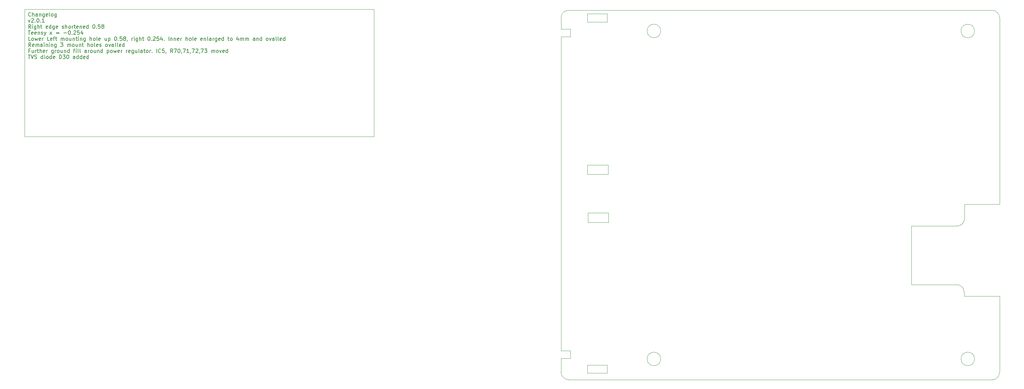
<source format=gm1>
G04 #@! TF.GenerationSoftware,KiCad,Pcbnew,7.0.11*
G04 #@! TF.CreationDate,2026-02-08T08:31:11+11:00*
G04 #@! TF.ProjectId,DropBear,44726f70-4265-4617-922e-6b696361645f,rev?*
G04 #@! TF.SameCoordinates,Original*
G04 #@! TF.FileFunction,Profile,NP*
%FSLAX46Y46*%
G04 Gerber Fmt 4.6, Leading zero omitted, Abs format (unit mm)*
G04 Created by KiCad (PCBNEW 7.0.11) date 2026-02-08 08:31:11*
%MOMM*%
%LPD*%
G01*
G04 APERTURE LIST*
G04 #@! TA.AperFunction,Profile*
%ADD10C,0.050000*%
G04 #@! TD*
%ADD11C,0.150000*%
G04 APERTURE END LIST*
D10*
X274574000Y-76454000D02*
X274574000Y-27000000D01*
X160500000Y-123000000D02*
X272796000Y-123000000D01*
X158500000Y-29972000D02*
X158500000Y-27000000D01*
X171000000Y-66040000D02*
X165500000Y-66040000D01*
X165608000Y-81280000D02*
X165608000Y-78740000D01*
X170688000Y-119126000D02*
X165500000Y-119126000D01*
X184902000Y-117500000D02*
G75*
G03*
X181302000Y-117500000I-1800000J0D01*
G01*
X181302000Y-117500000D02*
G75*
G03*
X184902000Y-117500000I1800000J0D01*
G01*
X184902000Y-30480000D02*
G75*
G03*
X181302000Y-30480000I-1800000J0D01*
G01*
X181302000Y-30480000D02*
G75*
G03*
X184902000Y-30480000I1800000J0D01*
G01*
X267960000Y-30500000D02*
G75*
G03*
X264360000Y-30500000I-1800000J0D01*
G01*
X264360000Y-30500000D02*
G75*
G03*
X267960000Y-30500000I1800000J0D01*
G01*
X267960000Y-117500000D02*
G75*
G03*
X264360000Y-117500000I-1800000J0D01*
G01*
X264360000Y-117500000D02*
G75*
G03*
X267960000Y-117500000I1800000J0D01*
G01*
X272795999Y-122999987D02*
G75*
G03*
X274573999Y-121000000I-105699J1884287D01*
G01*
X158500000Y-121000000D02*
G75*
G03*
X160500000Y-123000000I2000000J0D01*
G01*
X170688000Y-25908000D02*
X165500000Y-25908000D01*
X170688000Y-28154000D02*
X165500000Y-28154000D01*
X265303000Y-76454000D02*
X274574000Y-76454000D01*
X265303000Y-80313962D02*
X265303000Y-76454000D01*
X251206000Y-82218962D02*
X263398000Y-82218962D01*
X251206000Y-97790000D02*
X263271000Y-97790000D01*
X251206000Y-97790000D02*
X251206000Y-82218962D01*
X274574000Y-121000000D02*
X274574000Y-100838000D01*
X263398000Y-82218962D02*
G75*
G03*
X265302962Y-80313962I0J1904962D01*
G01*
X265176000Y-100838000D02*
X265176000Y-99695000D01*
X170688000Y-28154000D02*
X170688000Y-25908000D01*
X165500000Y-66040000D02*
X165500000Y-68540000D01*
X171108000Y-81280000D02*
X165608000Y-81280000D01*
X158496000Y-117348000D02*
X161000000Y-117348000D01*
X165500000Y-119126000D02*
X165500000Y-121285000D01*
X158496000Y-32004000D02*
X161000000Y-32004000D01*
X161000000Y-117348000D02*
X161000000Y-115348000D01*
X161000000Y-29972000D02*
X158500000Y-29972000D01*
X265176000Y-99695000D02*
G75*
G03*
X263271000Y-97790000I-1905000J0D01*
G01*
X274574000Y-100838000D02*
X265176000Y-100838000D01*
X161000000Y-115348000D02*
X158500000Y-115348000D01*
X158500000Y-115348000D02*
X158496000Y-32004000D01*
X165608000Y-78740000D02*
X171108000Y-78740000D01*
X165500000Y-121285000D02*
X170688000Y-121285000D01*
X165500000Y-25908000D02*
X165500000Y-28154000D01*
X165500000Y-68540000D02*
X171000000Y-68540000D01*
X171108000Y-78740000D02*
X171108000Y-81280000D01*
X171000000Y-68540000D02*
X171000000Y-66040000D01*
X170688000Y-121285000D02*
X170688000Y-119126000D01*
X272651786Y-25000000D02*
X160500000Y-25000000D01*
X158496000Y-117348000D02*
X158500000Y-121000000D01*
X160500000Y-25000000D02*
G75*
G03*
X158500000Y-27000000I0J-2000000D01*
G01*
X274573999Y-27000000D02*
G75*
G03*
X272651786Y-25000000I-1961099J38900D01*
G01*
X161000000Y-32004000D02*
X161000000Y-29972000D01*
D11*
X18193207Y-26484580D02*
X18145588Y-26532200D01*
X18145588Y-26532200D02*
X18002731Y-26579819D01*
X18002731Y-26579819D02*
X17907493Y-26579819D01*
X17907493Y-26579819D02*
X17764636Y-26532200D01*
X17764636Y-26532200D02*
X17669398Y-26436961D01*
X17669398Y-26436961D02*
X17621779Y-26341723D01*
X17621779Y-26341723D02*
X17574160Y-26151247D01*
X17574160Y-26151247D02*
X17574160Y-26008390D01*
X17574160Y-26008390D02*
X17621779Y-25817914D01*
X17621779Y-25817914D02*
X17669398Y-25722676D01*
X17669398Y-25722676D02*
X17764636Y-25627438D01*
X17764636Y-25627438D02*
X17907493Y-25579819D01*
X17907493Y-25579819D02*
X18002731Y-25579819D01*
X18002731Y-25579819D02*
X18145588Y-25627438D01*
X18145588Y-25627438D02*
X18193207Y-25675057D01*
X18621779Y-26579819D02*
X18621779Y-25579819D01*
X19050350Y-26579819D02*
X19050350Y-26056009D01*
X19050350Y-26056009D02*
X19002731Y-25960771D01*
X19002731Y-25960771D02*
X18907493Y-25913152D01*
X18907493Y-25913152D02*
X18764636Y-25913152D01*
X18764636Y-25913152D02*
X18669398Y-25960771D01*
X18669398Y-25960771D02*
X18621779Y-26008390D01*
X19955112Y-26579819D02*
X19955112Y-26056009D01*
X19955112Y-26056009D02*
X19907493Y-25960771D01*
X19907493Y-25960771D02*
X19812255Y-25913152D01*
X19812255Y-25913152D02*
X19621779Y-25913152D01*
X19621779Y-25913152D02*
X19526541Y-25960771D01*
X19955112Y-26532200D02*
X19859874Y-26579819D01*
X19859874Y-26579819D02*
X19621779Y-26579819D01*
X19621779Y-26579819D02*
X19526541Y-26532200D01*
X19526541Y-26532200D02*
X19478922Y-26436961D01*
X19478922Y-26436961D02*
X19478922Y-26341723D01*
X19478922Y-26341723D02*
X19526541Y-26246485D01*
X19526541Y-26246485D02*
X19621779Y-26198866D01*
X19621779Y-26198866D02*
X19859874Y-26198866D01*
X19859874Y-26198866D02*
X19955112Y-26151247D01*
X20431303Y-25913152D02*
X20431303Y-26579819D01*
X20431303Y-26008390D02*
X20478922Y-25960771D01*
X20478922Y-25960771D02*
X20574160Y-25913152D01*
X20574160Y-25913152D02*
X20717017Y-25913152D01*
X20717017Y-25913152D02*
X20812255Y-25960771D01*
X20812255Y-25960771D02*
X20859874Y-26056009D01*
X20859874Y-26056009D02*
X20859874Y-26579819D01*
X21764636Y-25913152D02*
X21764636Y-26722676D01*
X21764636Y-26722676D02*
X21717017Y-26817914D01*
X21717017Y-26817914D02*
X21669398Y-26865533D01*
X21669398Y-26865533D02*
X21574160Y-26913152D01*
X21574160Y-26913152D02*
X21431303Y-26913152D01*
X21431303Y-26913152D02*
X21336065Y-26865533D01*
X21764636Y-26532200D02*
X21669398Y-26579819D01*
X21669398Y-26579819D02*
X21478922Y-26579819D01*
X21478922Y-26579819D02*
X21383684Y-26532200D01*
X21383684Y-26532200D02*
X21336065Y-26484580D01*
X21336065Y-26484580D02*
X21288446Y-26389342D01*
X21288446Y-26389342D02*
X21288446Y-26103628D01*
X21288446Y-26103628D02*
X21336065Y-26008390D01*
X21336065Y-26008390D02*
X21383684Y-25960771D01*
X21383684Y-25960771D02*
X21478922Y-25913152D01*
X21478922Y-25913152D02*
X21669398Y-25913152D01*
X21669398Y-25913152D02*
X21764636Y-25960771D01*
X22621779Y-26532200D02*
X22526541Y-26579819D01*
X22526541Y-26579819D02*
X22336065Y-26579819D01*
X22336065Y-26579819D02*
X22240827Y-26532200D01*
X22240827Y-26532200D02*
X22193208Y-26436961D01*
X22193208Y-26436961D02*
X22193208Y-26056009D01*
X22193208Y-26056009D02*
X22240827Y-25960771D01*
X22240827Y-25960771D02*
X22336065Y-25913152D01*
X22336065Y-25913152D02*
X22526541Y-25913152D01*
X22526541Y-25913152D02*
X22621779Y-25960771D01*
X22621779Y-25960771D02*
X22669398Y-26056009D01*
X22669398Y-26056009D02*
X22669398Y-26151247D01*
X22669398Y-26151247D02*
X22193208Y-26246485D01*
X23240827Y-26579819D02*
X23145589Y-26532200D01*
X23145589Y-26532200D02*
X23097970Y-26436961D01*
X23097970Y-26436961D02*
X23097970Y-25579819D01*
X23764637Y-26579819D02*
X23669399Y-26532200D01*
X23669399Y-26532200D02*
X23621780Y-26484580D01*
X23621780Y-26484580D02*
X23574161Y-26389342D01*
X23574161Y-26389342D02*
X23574161Y-26103628D01*
X23574161Y-26103628D02*
X23621780Y-26008390D01*
X23621780Y-26008390D02*
X23669399Y-25960771D01*
X23669399Y-25960771D02*
X23764637Y-25913152D01*
X23764637Y-25913152D02*
X23907494Y-25913152D01*
X23907494Y-25913152D02*
X24002732Y-25960771D01*
X24002732Y-25960771D02*
X24050351Y-26008390D01*
X24050351Y-26008390D02*
X24097970Y-26103628D01*
X24097970Y-26103628D02*
X24097970Y-26389342D01*
X24097970Y-26389342D02*
X24050351Y-26484580D01*
X24050351Y-26484580D02*
X24002732Y-26532200D01*
X24002732Y-26532200D02*
X23907494Y-26579819D01*
X23907494Y-26579819D02*
X23764637Y-26579819D01*
X24955113Y-25913152D02*
X24955113Y-26722676D01*
X24955113Y-26722676D02*
X24907494Y-26817914D01*
X24907494Y-26817914D02*
X24859875Y-26865533D01*
X24859875Y-26865533D02*
X24764637Y-26913152D01*
X24764637Y-26913152D02*
X24621780Y-26913152D01*
X24621780Y-26913152D02*
X24526542Y-26865533D01*
X24955113Y-26532200D02*
X24859875Y-26579819D01*
X24859875Y-26579819D02*
X24669399Y-26579819D01*
X24669399Y-26579819D02*
X24574161Y-26532200D01*
X24574161Y-26532200D02*
X24526542Y-26484580D01*
X24526542Y-26484580D02*
X24478923Y-26389342D01*
X24478923Y-26389342D02*
X24478923Y-26103628D01*
X24478923Y-26103628D02*
X24526542Y-26008390D01*
X24526542Y-26008390D02*
X24574161Y-25960771D01*
X24574161Y-25960771D02*
X24669399Y-25913152D01*
X24669399Y-25913152D02*
X24859875Y-25913152D01*
X24859875Y-25913152D02*
X24955113Y-25960771D01*
X17526541Y-27523152D02*
X17764636Y-28189819D01*
X17764636Y-28189819D02*
X18002731Y-27523152D01*
X18336065Y-27285057D02*
X18383684Y-27237438D01*
X18383684Y-27237438D02*
X18478922Y-27189819D01*
X18478922Y-27189819D02*
X18717017Y-27189819D01*
X18717017Y-27189819D02*
X18812255Y-27237438D01*
X18812255Y-27237438D02*
X18859874Y-27285057D01*
X18859874Y-27285057D02*
X18907493Y-27380295D01*
X18907493Y-27380295D02*
X18907493Y-27475533D01*
X18907493Y-27475533D02*
X18859874Y-27618390D01*
X18859874Y-27618390D02*
X18288446Y-28189819D01*
X18288446Y-28189819D02*
X18907493Y-28189819D01*
X19336065Y-28094580D02*
X19383684Y-28142200D01*
X19383684Y-28142200D02*
X19336065Y-28189819D01*
X19336065Y-28189819D02*
X19288446Y-28142200D01*
X19288446Y-28142200D02*
X19336065Y-28094580D01*
X19336065Y-28094580D02*
X19336065Y-28189819D01*
X20002731Y-27189819D02*
X20097969Y-27189819D01*
X20097969Y-27189819D02*
X20193207Y-27237438D01*
X20193207Y-27237438D02*
X20240826Y-27285057D01*
X20240826Y-27285057D02*
X20288445Y-27380295D01*
X20288445Y-27380295D02*
X20336064Y-27570771D01*
X20336064Y-27570771D02*
X20336064Y-27808866D01*
X20336064Y-27808866D02*
X20288445Y-27999342D01*
X20288445Y-27999342D02*
X20240826Y-28094580D01*
X20240826Y-28094580D02*
X20193207Y-28142200D01*
X20193207Y-28142200D02*
X20097969Y-28189819D01*
X20097969Y-28189819D02*
X20002731Y-28189819D01*
X20002731Y-28189819D02*
X19907493Y-28142200D01*
X19907493Y-28142200D02*
X19859874Y-28094580D01*
X19859874Y-28094580D02*
X19812255Y-27999342D01*
X19812255Y-27999342D02*
X19764636Y-27808866D01*
X19764636Y-27808866D02*
X19764636Y-27570771D01*
X19764636Y-27570771D02*
X19812255Y-27380295D01*
X19812255Y-27380295D02*
X19859874Y-27285057D01*
X19859874Y-27285057D02*
X19907493Y-27237438D01*
X19907493Y-27237438D02*
X20002731Y-27189819D01*
X20764636Y-28094580D02*
X20812255Y-28142200D01*
X20812255Y-28142200D02*
X20764636Y-28189819D01*
X20764636Y-28189819D02*
X20717017Y-28142200D01*
X20717017Y-28142200D02*
X20764636Y-28094580D01*
X20764636Y-28094580D02*
X20764636Y-28189819D01*
X21764635Y-28189819D02*
X21193207Y-28189819D01*
X21478921Y-28189819D02*
X21478921Y-27189819D01*
X21478921Y-27189819D02*
X21383683Y-27332676D01*
X21383683Y-27332676D02*
X21288445Y-27427914D01*
X21288445Y-27427914D02*
X21193207Y-27475533D01*
X18193207Y-29799819D02*
X17859874Y-29323628D01*
X17621779Y-29799819D02*
X17621779Y-28799819D01*
X17621779Y-28799819D02*
X18002731Y-28799819D01*
X18002731Y-28799819D02*
X18097969Y-28847438D01*
X18097969Y-28847438D02*
X18145588Y-28895057D01*
X18145588Y-28895057D02*
X18193207Y-28990295D01*
X18193207Y-28990295D02*
X18193207Y-29133152D01*
X18193207Y-29133152D02*
X18145588Y-29228390D01*
X18145588Y-29228390D02*
X18097969Y-29276009D01*
X18097969Y-29276009D02*
X18002731Y-29323628D01*
X18002731Y-29323628D02*
X17621779Y-29323628D01*
X18621779Y-29799819D02*
X18621779Y-29133152D01*
X18621779Y-28799819D02*
X18574160Y-28847438D01*
X18574160Y-28847438D02*
X18621779Y-28895057D01*
X18621779Y-28895057D02*
X18669398Y-28847438D01*
X18669398Y-28847438D02*
X18621779Y-28799819D01*
X18621779Y-28799819D02*
X18621779Y-28895057D01*
X19526540Y-29133152D02*
X19526540Y-29942676D01*
X19526540Y-29942676D02*
X19478921Y-30037914D01*
X19478921Y-30037914D02*
X19431302Y-30085533D01*
X19431302Y-30085533D02*
X19336064Y-30133152D01*
X19336064Y-30133152D02*
X19193207Y-30133152D01*
X19193207Y-30133152D02*
X19097969Y-30085533D01*
X19526540Y-29752200D02*
X19431302Y-29799819D01*
X19431302Y-29799819D02*
X19240826Y-29799819D01*
X19240826Y-29799819D02*
X19145588Y-29752200D01*
X19145588Y-29752200D02*
X19097969Y-29704580D01*
X19097969Y-29704580D02*
X19050350Y-29609342D01*
X19050350Y-29609342D02*
X19050350Y-29323628D01*
X19050350Y-29323628D02*
X19097969Y-29228390D01*
X19097969Y-29228390D02*
X19145588Y-29180771D01*
X19145588Y-29180771D02*
X19240826Y-29133152D01*
X19240826Y-29133152D02*
X19431302Y-29133152D01*
X19431302Y-29133152D02*
X19526540Y-29180771D01*
X20002731Y-29799819D02*
X20002731Y-28799819D01*
X20431302Y-29799819D02*
X20431302Y-29276009D01*
X20431302Y-29276009D02*
X20383683Y-29180771D01*
X20383683Y-29180771D02*
X20288445Y-29133152D01*
X20288445Y-29133152D02*
X20145588Y-29133152D01*
X20145588Y-29133152D02*
X20050350Y-29180771D01*
X20050350Y-29180771D02*
X20002731Y-29228390D01*
X20764636Y-29133152D02*
X21145588Y-29133152D01*
X20907493Y-28799819D02*
X20907493Y-29656961D01*
X20907493Y-29656961D02*
X20955112Y-29752200D01*
X20955112Y-29752200D02*
X21050350Y-29799819D01*
X21050350Y-29799819D02*
X21145588Y-29799819D01*
X22621779Y-29752200D02*
X22526541Y-29799819D01*
X22526541Y-29799819D02*
X22336065Y-29799819D01*
X22336065Y-29799819D02*
X22240827Y-29752200D01*
X22240827Y-29752200D02*
X22193208Y-29656961D01*
X22193208Y-29656961D02*
X22193208Y-29276009D01*
X22193208Y-29276009D02*
X22240827Y-29180771D01*
X22240827Y-29180771D02*
X22336065Y-29133152D01*
X22336065Y-29133152D02*
X22526541Y-29133152D01*
X22526541Y-29133152D02*
X22621779Y-29180771D01*
X22621779Y-29180771D02*
X22669398Y-29276009D01*
X22669398Y-29276009D02*
X22669398Y-29371247D01*
X22669398Y-29371247D02*
X22193208Y-29466485D01*
X23526541Y-29799819D02*
X23526541Y-28799819D01*
X23526541Y-29752200D02*
X23431303Y-29799819D01*
X23431303Y-29799819D02*
X23240827Y-29799819D01*
X23240827Y-29799819D02*
X23145589Y-29752200D01*
X23145589Y-29752200D02*
X23097970Y-29704580D01*
X23097970Y-29704580D02*
X23050351Y-29609342D01*
X23050351Y-29609342D02*
X23050351Y-29323628D01*
X23050351Y-29323628D02*
X23097970Y-29228390D01*
X23097970Y-29228390D02*
X23145589Y-29180771D01*
X23145589Y-29180771D02*
X23240827Y-29133152D01*
X23240827Y-29133152D02*
X23431303Y-29133152D01*
X23431303Y-29133152D02*
X23526541Y-29180771D01*
X24431303Y-29133152D02*
X24431303Y-29942676D01*
X24431303Y-29942676D02*
X24383684Y-30037914D01*
X24383684Y-30037914D02*
X24336065Y-30085533D01*
X24336065Y-30085533D02*
X24240827Y-30133152D01*
X24240827Y-30133152D02*
X24097970Y-30133152D01*
X24097970Y-30133152D02*
X24002732Y-30085533D01*
X24431303Y-29752200D02*
X24336065Y-29799819D01*
X24336065Y-29799819D02*
X24145589Y-29799819D01*
X24145589Y-29799819D02*
X24050351Y-29752200D01*
X24050351Y-29752200D02*
X24002732Y-29704580D01*
X24002732Y-29704580D02*
X23955113Y-29609342D01*
X23955113Y-29609342D02*
X23955113Y-29323628D01*
X23955113Y-29323628D02*
X24002732Y-29228390D01*
X24002732Y-29228390D02*
X24050351Y-29180771D01*
X24050351Y-29180771D02*
X24145589Y-29133152D01*
X24145589Y-29133152D02*
X24336065Y-29133152D01*
X24336065Y-29133152D02*
X24431303Y-29180771D01*
X25288446Y-29752200D02*
X25193208Y-29799819D01*
X25193208Y-29799819D02*
X25002732Y-29799819D01*
X25002732Y-29799819D02*
X24907494Y-29752200D01*
X24907494Y-29752200D02*
X24859875Y-29656961D01*
X24859875Y-29656961D02*
X24859875Y-29276009D01*
X24859875Y-29276009D02*
X24907494Y-29180771D01*
X24907494Y-29180771D02*
X25002732Y-29133152D01*
X25002732Y-29133152D02*
X25193208Y-29133152D01*
X25193208Y-29133152D02*
X25288446Y-29180771D01*
X25288446Y-29180771D02*
X25336065Y-29276009D01*
X25336065Y-29276009D02*
X25336065Y-29371247D01*
X25336065Y-29371247D02*
X24859875Y-29466485D01*
X26478923Y-29752200D02*
X26574161Y-29799819D01*
X26574161Y-29799819D02*
X26764637Y-29799819D01*
X26764637Y-29799819D02*
X26859875Y-29752200D01*
X26859875Y-29752200D02*
X26907494Y-29656961D01*
X26907494Y-29656961D02*
X26907494Y-29609342D01*
X26907494Y-29609342D02*
X26859875Y-29514104D01*
X26859875Y-29514104D02*
X26764637Y-29466485D01*
X26764637Y-29466485D02*
X26621780Y-29466485D01*
X26621780Y-29466485D02*
X26526542Y-29418866D01*
X26526542Y-29418866D02*
X26478923Y-29323628D01*
X26478923Y-29323628D02*
X26478923Y-29276009D01*
X26478923Y-29276009D02*
X26526542Y-29180771D01*
X26526542Y-29180771D02*
X26621780Y-29133152D01*
X26621780Y-29133152D02*
X26764637Y-29133152D01*
X26764637Y-29133152D02*
X26859875Y-29180771D01*
X27336066Y-29799819D02*
X27336066Y-28799819D01*
X27764637Y-29799819D02*
X27764637Y-29276009D01*
X27764637Y-29276009D02*
X27717018Y-29180771D01*
X27717018Y-29180771D02*
X27621780Y-29133152D01*
X27621780Y-29133152D02*
X27478923Y-29133152D01*
X27478923Y-29133152D02*
X27383685Y-29180771D01*
X27383685Y-29180771D02*
X27336066Y-29228390D01*
X28383685Y-29799819D02*
X28288447Y-29752200D01*
X28288447Y-29752200D02*
X28240828Y-29704580D01*
X28240828Y-29704580D02*
X28193209Y-29609342D01*
X28193209Y-29609342D02*
X28193209Y-29323628D01*
X28193209Y-29323628D02*
X28240828Y-29228390D01*
X28240828Y-29228390D02*
X28288447Y-29180771D01*
X28288447Y-29180771D02*
X28383685Y-29133152D01*
X28383685Y-29133152D02*
X28526542Y-29133152D01*
X28526542Y-29133152D02*
X28621780Y-29180771D01*
X28621780Y-29180771D02*
X28669399Y-29228390D01*
X28669399Y-29228390D02*
X28717018Y-29323628D01*
X28717018Y-29323628D02*
X28717018Y-29609342D01*
X28717018Y-29609342D02*
X28669399Y-29704580D01*
X28669399Y-29704580D02*
X28621780Y-29752200D01*
X28621780Y-29752200D02*
X28526542Y-29799819D01*
X28526542Y-29799819D02*
X28383685Y-29799819D01*
X29145590Y-29799819D02*
X29145590Y-29133152D01*
X29145590Y-29323628D02*
X29193209Y-29228390D01*
X29193209Y-29228390D02*
X29240828Y-29180771D01*
X29240828Y-29180771D02*
X29336066Y-29133152D01*
X29336066Y-29133152D02*
X29431304Y-29133152D01*
X29621781Y-29133152D02*
X30002733Y-29133152D01*
X29764638Y-28799819D02*
X29764638Y-29656961D01*
X29764638Y-29656961D02*
X29812257Y-29752200D01*
X29812257Y-29752200D02*
X29907495Y-29799819D01*
X29907495Y-29799819D02*
X30002733Y-29799819D01*
X30717019Y-29752200D02*
X30621781Y-29799819D01*
X30621781Y-29799819D02*
X30431305Y-29799819D01*
X30431305Y-29799819D02*
X30336067Y-29752200D01*
X30336067Y-29752200D02*
X30288448Y-29656961D01*
X30288448Y-29656961D02*
X30288448Y-29276009D01*
X30288448Y-29276009D02*
X30336067Y-29180771D01*
X30336067Y-29180771D02*
X30431305Y-29133152D01*
X30431305Y-29133152D02*
X30621781Y-29133152D01*
X30621781Y-29133152D02*
X30717019Y-29180771D01*
X30717019Y-29180771D02*
X30764638Y-29276009D01*
X30764638Y-29276009D02*
X30764638Y-29371247D01*
X30764638Y-29371247D02*
X30288448Y-29466485D01*
X31193210Y-29133152D02*
X31193210Y-29799819D01*
X31193210Y-29228390D02*
X31240829Y-29180771D01*
X31240829Y-29180771D02*
X31336067Y-29133152D01*
X31336067Y-29133152D02*
X31478924Y-29133152D01*
X31478924Y-29133152D02*
X31574162Y-29180771D01*
X31574162Y-29180771D02*
X31621781Y-29276009D01*
X31621781Y-29276009D02*
X31621781Y-29799819D01*
X32478924Y-29752200D02*
X32383686Y-29799819D01*
X32383686Y-29799819D02*
X32193210Y-29799819D01*
X32193210Y-29799819D02*
X32097972Y-29752200D01*
X32097972Y-29752200D02*
X32050353Y-29656961D01*
X32050353Y-29656961D02*
X32050353Y-29276009D01*
X32050353Y-29276009D02*
X32097972Y-29180771D01*
X32097972Y-29180771D02*
X32193210Y-29133152D01*
X32193210Y-29133152D02*
X32383686Y-29133152D01*
X32383686Y-29133152D02*
X32478924Y-29180771D01*
X32478924Y-29180771D02*
X32526543Y-29276009D01*
X32526543Y-29276009D02*
X32526543Y-29371247D01*
X32526543Y-29371247D02*
X32050353Y-29466485D01*
X33383686Y-29799819D02*
X33383686Y-28799819D01*
X33383686Y-29752200D02*
X33288448Y-29799819D01*
X33288448Y-29799819D02*
X33097972Y-29799819D01*
X33097972Y-29799819D02*
X33002734Y-29752200D01*
X33002734Y-29752200D02*
X32955115Y-29704580D01*
X32955115Y-29704580D02*
X32907496Y-29609342D01*
X32907496Y-29609342D02*
X32907496Y-29323628D01*
X32907496Y-29323628D02*
X32955115Y-29228390D01*
X32955115Y-29228390D02*
X33002734Y-29180771D01*
X33002734Y-29180771D02*
X33097972Y-29133152D01*
X33097972Y-29133152D02*
X33288448Y-29133152D01*
X33288448Y-29133152D02*
X33383686Y-29180771D01*
X34812258Y-28799819D02*
X34907496Y-28799819D01*
X34907496Y-28799819D02*
X35002734Y-28847438D01*
X35002734Y-28847438D02*
X35050353Y-28895057D01*
X35050353Y-28895057D02*
X35097972Y-28990295D01*
X35097972Y-28990295D02*
X35145591Y-29180771D01*
X35145591Y-29180771D02*
X35145591Y-29418866D01*
X35145591Y-29418866D02*
X35097972Y-29609342D01*
X35097972Y-29609342D02*
X35050353Y-29704580D01*
X35050353Y-29704580D02*
X35002734Y-29752200D01*
X35002734Y-29752200D02*
X34907496Y-29799819D01*
X34907496Y-29799819D02*
X34812258Y-29799819D01*
X34812258Y-29799819D02*
X34717020Y-29752200D01*
X34717020Y-29752200D02*
X34669401Y-29704580D01*
X34669401Y-29704580D02*
X34621782Y-29609342D01*
X34621782Y-29609342D02*
X34574163Y-29418866D01*
X34574163Y-29418866D02*
X34574163Y-29180771D01*
X34574163Y-29180771D02*
X34621782Y-28990295D01*
X34621782Y-28990295D02*
X34669401Y-28895057D01*
X34669401Y-28895057D02*
X34717020Y-28847438D01*
X34717020Y-28847438D02*
X34812258Y-28799819D01*
X35574163Y-29704580D02*
X35621782Y-29752200D01*
X35621782Y-29752200D02*
X35574163Y-29799819D01*
X35574163Y-29799819D02*
X35526544Y-29752200D01*
X35526544Y-29752200D02*
X35574163Y-29704580D01*
X35574163Y-29704580D02*
X35574163Y-29799819D01*
X36526543Y-28799819D02*
X36050353Y-28799819D01*
X36050353Y-28799819D02*
X36002734Y-29276009D01*
X36002734Y-29276009D02*
X36050353Y-29228390D01*
X36050353Y-29228390D02*
X36145591Y-29180771D01*
X36145591Y-29180771D02*
X36383686Y-29180771D01*
X36383686Y-29180771D02*
X36478924Y-29228390D01*
X36478924Y-29228390D02*
X36526543Y-29276009D01*
X36526543Y-29276009D02*
X36574162Y-29371247D01*
X36574162Y-29371247D02*
X36574162Y-29609342D01*
X36574162Y-29609342D02*
X36526543Y-29704580D01*
X36526543Y-29704580D02*
X36478924Y-29752200D01*
X36478924Y-29752200D02*
X36383686Y-29799819D01*
X36383686Y-29799819D02*
X36145591Y-29799819D01*
X36145591Y-29799819D02*
X36050353Y-29752200D01*
X36050353Y-29752200D02*
X36002734Y-29704580D01*
X37145591Y-29228390D02*
X37050353Y-29180771D01*
X37050353Y-29180771D02*
X37002734Y-29133152D01*
X37002734Y-29133152D02*
X36955115Y-29037914D01*
X36955115Y-29037914D02*
X36955115Y-28990295D01*
X36955115Y-28990295D02*
X37002734Y-28895057D01*
X37002734Y-28895057D02*
X37050353Y-28847438D01*
X37050353Y-28847438D02*
X37145591Y-28799819D01*
X37145591Y-28799819D02*
X37336067Y-28799819D01*
X37336067Y-28799819D02*
X37431305Y-28847438D01*
X37431305Y-28847438D02*
X37478924Y-28895057D01*
X37478924Y-28895057D02*
X37526543Y-28990295D01*
X37526543Y-28990295D02*
X37526543Y-29037914D01*
X37526543Y-29037914D02*
X37478924Y-29133152D01*
X37478924Y-29133152D02*
X37431305Y-29180771D01*
X37431305Y-29180771D02*
X37336067Y-29228390D01*
X37336067Y-29228390D02*
X37145591Y-29228390D01*
X37145591Y-29228390D02*
X37050353Y-29276009D01*
X37050353Y-29276009D02*
X37002734Y-29323628D01*
X37002734Y-29323628D02*
X36955115Y-29418866D01*
X36955115Y-29418866D02*
X36955115Y-29609342D01*
X36955115Y-29609342D02*
X37002734Y-29704580D01*
X37002734Y-29704580D02*
X37050353Y-29752200D01*
X37050353Y-29752200D02*
X37145591Y-29799819D01*
X37145591Y-29799819D02*
X37336067Y-29799819D01*
X37336067Y-29799819D02*
X37431305Y-29752200D01*
X37431305Y-29752200D02*
X37478924Y-29704580D01*
X37478924Y-29704580D02*
X37526543Y-29609342D01*
X37526543Y-29609342D02*
X37526543Y-29418866D01*
X37526543Y-29418866D02*
X37478924Y-29323628D01*
X37478924Y-29323628D02*
X37431305Y-29276009D01*
X37431305Y-29276009D02*
X37336067Y-29228390D01*
X17478922Y-30409819D02*
X18050350Y-30409819D01*
X17764636Y-31409819D02*
X17764636Y-30409819D01*
X18764636Y-31362200D02*
X18669398Y-31409819D01*
X18669398Y-31409819D02*
X18478922Y-31409819D01*
X18478922Y-31409819D02*
X18383684Y-31362200D01*
X18383684Y-31362200D02*
X18336065Y-31266961D01*
X18336065Y-31266961D02*
X18336065Y-30886009D01*
X18336065Y-30886009D02*
X18383684Y-30790771D01*
X18383684Y-30790771D02*
X18478922Y-30743152D01*
X18478922Y-30743152D02*
X18669398Y-30743152D01*
X18669398Y-30743152D02*
X18764636Y-30790771D01*
X18764636Y-30790771D02*
X18812255Y-30886009D01*
X18812255Y-30886009D02*
X18812255Y-30981247D01*
X18812255Y-30981247D02*
X18336065Y-31076485D01*
X19621779Y-31362200D02*
X19526541Y-31409819D01*
X19526541Y-31409819D02*
X19336065Y-31409819D01*
X19336065Y-31409819D02*
X19240827Y-31362200D01*
X19240827Y-31362200D02*
X19193208Y-31266961D01*
X19193208Y-31266961D02*
X19193208Y-30886009D01*
X19193208Y-30886009D02*
X19240827Y-30790771D01*
X19240827Y-30790771D02*
X19336065Y-30743152D01*
X19336065Y-30743152D02*
X19526541Y-30743152D01*
X19526541Y-30743152D02*
X19621779Y-30790771D01*
X19621779Y-30790771D02*
X19669398Y-30886009D01*
X19669398Y-30886009D02*
X19669398Y-30981247D01*
X19669398Y-30981247D02*
X19193208Y-31076485D01*
X20097970Y-30743152D02*
X20097970Y-31409819D01*
X20097970Y-30838390D02*
X20145589Y-30790771D01*
X20145589Y-30790771D02*
X20240827Y-30743152D01*
X20240827Y-30743152D02*
X20383684Y-30743152D01*
X20383684Y-30743152D02*
X20478922Y-30790771D01*
X20478922Y-30790771D02*
X20526541Y-30886009D01*
X20526541Y-30886009D02*
X20526541Y-31409819D01*
X20955113Y-31362200D02*
X21050351Y-31409819D01*
X21050351Y-31409819D02*
X21240827Y-31409819D01*
X21240827Y-31409819D02*
X21336065Y-31362200D01*
X21336065Y-31362200D02*
X21383684Y-31266961D01*
X21383684Y-31266961D02*
X21383684Y-31219342D01*
X21383684Y-31219342D02*
X21336065Y-31124104D01*
X21336065Y-31124104D02*
X21240827Y-31076485D01*
X21240827Y-31076485D02*
X21097970Y-31076485D01*
X21097970Y-31076485D02*
X21002732Y-31028866D01*
X21002732Y-31028866D02*
X20955113Y-30933628D01*
X20955113Y-30933628D02*
X20955113Y-30886009D01*
X20955113Y-30886009D02*
X21002732Y-30790771D01*
X21002732Y-30790771D02*
X21097970Y-30743152D01*
X21097970Y-30743152D02*
X21240827Y-30743152D01*
X21240827Y-30743152D02*
X21336065Y-30790771D01*
X21717018Y-30743152D02*
X21955113Y-31409819D01*
X22193208Y-30743152D02*
X21955113Y-31409819D01*
X21955113Y-31409819D02*
X21859875Y-31647914D01*
X21859875Y-31647914D02*
X21812256Y-31695533D01*
X21812256Y-31695533D02*
X21717018Y-31743152D01*
X23240828Y-31409819D02*
X23764637Y-30743152D01*
X23240828Y-30743152D02*
X23764637Y-31409819D01*
X24907495Y-30886009D02*
X25669400Y-30886009D01*
X25669400Y-31171723D02*
X24907495Y-31171723D01*
X26907495Y-31028866D02*
X27669400Y-31028866D01*
X28336066Y-30409819D02*
X28431304Y-30409819D01*
X28431304Y-30409819D02*
X28526542Y-30457438D01*
X28526542Y-30457438D02*
X28574161Y-30505057D01*
X28574161Y-30505057D02*
X28621780Y-30600295D01*
X28621780Y-30600295D02*
X28669399Y-30790771D01*
X28669399Y-30790771D02*
X28669399Y-31028866D01*
X28669399Y-31028866D02*
X28621780Y-31219342D01*
X28621780Y-31219342D02*
X28574161Y-31314580D01*
X28574161Y-31314580D02*
X28526542Y-31362200D01*
X28526542Y-31362200D02*
X28431304Y-31409819D01*
X28431304Y-31409819D02*
X28336066Y-31409819D01*
X28336066Y-31409819D02*
X28240828Y-31362200D01*
X28240828Y-31362200D02*
X28193209Y-31314580D01*
X28193209Y-31314580D02*
X28145590Y-31219342D01*
X28145590Y-31219342D02*
X28097971Y-31028866D01*
X28097971Y-31028866D02*
X28097971Y-30790771D01*
X28097971Y-30790771D02*
X28145590Y-30600295D01*
X28145590Y-30600295D02*
X28193209Y-30505057D01*
X28193209Y-30505057D02*
X28240828Y-30457438D01*
X28240828Y-30457438D02*
X28336066Y-30409819D01*
X29097971Y-31314580D02*
X29145590Y-31362200D01*
X29145590Y-31362200D02*
X29097971Y-31409819D01*
X29097971Y-31409819D02*
X29050352Y-31362200D01*
X29050352Y-31362200D02*
X29097971Y-31314580D01*
X29097971Y-31314580D02*
X29097971Y-31409819D01*
X29526542Y-30505057D02*
X29574161Y-30457438D01*
X29574161Y-30457438D02*
X29669399Y-30409819D01*
X29669399Y-30409819D02*
X29907494Y-30409819D01*
X29907494Y-30409819D02*
X30002732Y-30457438D01*
X30002732Y-30457438D02*
X30050351Y-30505057D01*
X30050351Y-30505057D02*
X30097970Y-30600295D01*
X30097970Y-30600295D02*
X30097970Y-30695533D01*
X30097970Y-30695533D02*
X30050351Y-30838390D01*
X30050351Y-30838390D02*
X29478923Y-31409819D01*
X29478923Y-31409819D02*
X30097970Y-31409819D01*
X31002732Y-30409819D02*
X30526542Y-30409819D01*
X30526542Y-30409819D02*
X30478923Y-30886009D01*
X30478923Y-30886009D02*
X30526542Y-30838390D01*
X30526542Y-30838390D02*
X30621780Y-30790771D01*
X30621780Y-30790771D02*
X30859875Y-30790771D01*
X30859875Y-30790771D02*
X30955113Y-30838390D01*
X30955113Y-30838390D02*
X31002732Y-30886009D01*
X31002732Y-30886009D02*
X31050351Y-30981247D01*
X31050351Y-30981247D02*
X31050351Y-31219342D01*
X31050351Y-31219342D02*
X31002732Y-31314580D01*
X31002732Y-31314580D02*
X30955113Y-31362200D01*
X30955113Y-31362200D02*
X30859875Y-31409819D01*
X30859875Y-31409819D02*
X30621780Y-31409819D01*
X30621780Y-31409819D02*
X30526542Y-31362200D01*
X30526542Y-31362200D02*
X30478923Y-31314580D01*
X31907494Y-30743152D02*
X31907494Y-31409819D01*
X31669399Y-30362200D02*
X31431304Y-31076485D01*
X31431304Y-31076485D02*
X32050351Y-31076485D01*
X18097969Y-33019819D02*
X17621779Y-33019819D01*
X17621779Y-33019819D02*
X17621779Y-32019819D01*
X18574160Y-33019819D02*
X18478922Y-32972200D01*
X18478922Y-32972200D02*
X18431303Y-32924580D01*
X18431303Y-32924580D02*
X18383684Y-32829342D01*
X18383684Y-32829342D02*
X18383684Y-32543628D01*
X18383684Y-32543628D02*
X18431303Y-32448390D01*
X18431303Y-32448390D02*
X18478922Y-32400771D01*
X18478922Y-32400771D02*
X18574160Y-32353152D01*
X18574160Y-32353152D02*
X18717017Y-32353152D01*
X18717017Y-32353152D02*
X18812255Y-32400771D01*
X18812255Y-32400771D02*
X18859874Y-32448390D01*
X18859874Y-32448390D02*
X18907493Y-32543628D01*
X18907493Y-32543628D02*
X18907493Y-32829342D01*
X18907493Y-32829342D02*
X18859874Y-32924580D01*
X18859874Y-32924580D02*
X18812255Y-32972200D01*
X18812255Y-32972200D02*
X18717017Y-33019819D01*
X18717017Y-33019819D02*
X18574160Y-33019819D01*
X19240827Y-32353152D02*
X19431303Y-33019819D01*
X19431303Y-33019819D02*
X19621779Y-32543628D01*
X19621779Y-32543628D02*
X19812255Y-33019819D01*
X19812255Y-33019819D02*
X20002731Y-32353152D01*
X20764636Y-32972200D02*
X20669398Y-33019819D01*
X20669398Y-33019819D02*
X20478922Y-33019819D01*
X20478922Y-33019819D02*
X20383684Y-32972200D01*
X20383684Y-32972200D02*
X20336065Y-32876961D01*
X20336065Y-32876961D02*
X20336065Y-32496009D01*
X20336065Y-32496009D02*
X20383684Y-32400771D01*
X20383684Y-32400771D02*
X20478922Y-32353152D01*
X20478922Y-32353152D02*
X20669398Y-32353152D01*
X20669398Y-32353152D02*
X20764636Y-32400771D01*
X20764636Y-32400771D02*
X20812255Y-32496009D01*
X20812255Y-32496009D02*
X20812255Y-32591247D01*
X20812255Y-32591247D02*
X20336065Y-32686485D01*
X21240827Y-33019819D02*
X21240827Y-32353152D01*
X21240827Y-32543628D02*
X21288446Y-32448390D01*
X21288446Y-32448390D02*
X21336065Y-32400771D01*
X21336065Y-32400771D02*
X21431303Y-32353152D01*
X21431303Y-32353152D02*
X21526541Y-32353152D01*
X23097970Y-33019819D02*
X22621780Y-33019819D01*
X22621780Y-33019819D02*
X22621780Y-32019819D01*
X23812256Y-32972200D02*
X23717018Y-33019819D01*
X23717018Y-33019819D02*
X23526542Y-33019819D01*
X23526542Y-33019819D02*
X23431304Y-32972200D01*
X23431304Y-32972200D02*
X23383685Y-32876961D01*
X23383685Y-32876961D02*
X23383685Y-32496009D01*
X23383685Y-32496009D02*
X23431304Y-32400771D01*
X23431304Y-32400771D02*
X23526542Y-32353152D01*
X23526542Y-32353152D02*
X23717018Y-32353152D01*
X23717018Y-32353152D02*
X23812256Y-32400771D01*
X23812256Y-32400771D02*
X23859875Y-32496009D01*
X23859875Y-32496009D02*
X23859875Y-32591247D01*
X23859875Y-32591247D02*
X23383685Y-32686485D01*
X24145590Y-32353152D02*
X24526542Y-32353152D01*
X24288447Y-33019819D02*
X24288447Y-32162676D01*
X24288447Y-32162676D02*
X24336066Y-32067438D01*
X24336066Y-32067438D02*
X24431304Y-32019819D01*
X24431304Y-32019819D02*
X24526542Y-32019819D01*
X24717019Y-32353152D02*
X25097971Y-32353152D01*
X24859876Y-32019819D02*
X24859876Y-32876961D01*
X24859876Y-32876961D02*
X24907495Y-32972200D01*
X24907495Y-32972200D02*
X25002733Y-33019819D01*
X25002733Y-33019819D02*
X25097971Y-33019819D01*
X26193210Y-33019819D02*
X26193210Y-32353152D01*
X26193210Y-32448390D02*
X26240829Y-32400771D01*
X26240829Y-32400771D02*
X26336067Y-32353152D01*
X26336067Y-32353152D02*
X26478924Y-32353152D01*
X26478924Y-32353152D02*
X26574162Y-32400771D01*
X26574162Y-32400771D02*
X26621781Y-32496009D01*
X26621781Y-32496009D02*
X26621781Y-33019819D01*
X26621781Y-32496009D02*
X26669400Y-32400771D01*
X26669400Y-32400771D02*
X26764638Y-32353152D01*
X26764638Y-32353152D02*
X26907495Y-32353152D01*
X26907495Y-32353152D02*
X27002734Y-32400771D01*
X27002734Y-32400771D02*
X27050353Y-32496009D01*
X27050353Y-32496009D02*
X27050353Y-33019819D01*
X27669400Y-33019819D02*
X27574162Y-32972200D01*
X27574162Y-32972200D02*
X27526543Y-32924580D01*
X27526543Y-32924580D02*
X27478924Y-32829342D01*
X27478924Y-32829342D02*
X27478924Y-32543628D01*
X27478924Y-32543628D02*
X27526543Y-32448390D01*
X27526543Y-32448390D02*
X27574162Y-32400771D01*
X27574162Y-32400771D02*
X27669400Y-32353152D01*
X27669400Y-32353152D02*
X27812257Y-32353152D01*
X27812257Y-32353152D02*
X27907495Y-32400771D01*
X27907495Y-32400771D02*
X27955114Y-32448390D01*
X27955114Y-32448390D02*
X28002733Y-32543628D01*
X28002733Y-32543628D02*
X28002733Y-32829342D01*
X28002733Y-32829342D02*
X27955114Y-32924580D01*
X27955114Y-32924580D02*
X27907495Y-32972200D01*
X27907495Y-32972200D02*
X27812257Y-33019819D01*
X27812257Y-33019819D02*
X27669400Y-33019819D01*
X28859876Y-32353152D02*
X28859876Y-33019819D01*
X28431305Y-32353152D02*
X28431305Y-32876961D01*
X28431305Y-32876961D02*
X28478924Y-32972200D01*
X28478924Y-32972200D02*
X28574162Y-33019819D01*
X28574162Y-33019819D02*
X28717019Y-33019819D01*
X28717019Y-33019819D02*
X28812257Y-32972200D01*
X28812257Y-32972200D02*
X28859876Y-32924580D01*
X29336067Y-32353152D02*
X29336067Y-33019819D01*
X29336067Y-32448390D02*
X29383686Y-32400771D01*
X29383686Y-32400771D02*
X29478924Y-32353152D01*
X29478924Y-32353152D02*
X29621781Y-32353152D01*
X29621781Y-32353152D02*
X29717019Y-32400771D01*
X29717019Y-32400771D02*
X29764638Y-32496009D01*
X29764638Y-32496009D02*
X29764638Y-33019819D01*
X30097972Y-32353152D02*
X30478924Y-32353152D01*
X30240829Y-32019819D02*
X30240829Y-32876961D01*
X30240829Y-32876961D02*
X30288448Y-32972200D01*
X30288448Y-32972200D02*
X30383686Y-33019819D01*
X30383686Y-33019819D02*
X30478924Y-33019819D01*
X30812258Y-33019819D02*
X30812258Y-32353152D01*
X30812258Y-32019819D02*
X30764639Y-32067438D01*
X30764639Y-32067438D02*
X30812258Y-32115057D01*
X30812258Y-32115057D02*
X30859877Y-32067438D01*
X30859877Y-32067438D02*
X30812258Y-32019819D01*
X30812258Y-32019819D02*
X30812258Y-32115057D01*
X31288448Y-32353152D02*
X31288448Y-33019819D01*
X31288448Y-32448390D02*
X31336067Y-32400771D01*
X31336067Y-32400771D02*
X31431305Y-32353152D01*
X31431305Y-32353152D02*
X31574162Y-32353152D01*
X31574162Y-32353152D02*
X31669400Y-32400771D01*
X31669400Y-32400771D02*
X31717019Y-32496009D01*
X31717019Y-32496009D02*
X31717019Y-33019819D01*
X32621781Y-32353152D02*
X32621781Y-33162676D01*
X32621781Y-33162676D02*
X32574162Y-33257914D01*
X32574162Y-33257914D02*
X32526543Y-33305533D01*
X32526543Y-33305533D02*
X32431305Y-33353152D01*
X32431305Y-33353152D02*
X32288448Y-33353152D01*
X32288448Y-33353152D02*
X32193210Y-33305533D01*
X32621781Y-32972200D02*
X32526543Y-33019819D01*
X32526543Y-33019819D02*
X32336067Y-33019819D01*
X32336067Y-33019819D02*
X32240829Y-32972200D01*
X32240829Y-32972200D02*
X32193210Y-32924580D01*
X32193210Y-32924580D02*
X32145591Y-32829342D01*
X32145591Y-32829342D02*
X32145591Y-32543628D01*
X32145591Y-32543628D02*
X32193210Y-32448390D01*
X32193210Y-32448390D02*
X32240829Y-32400771D01*
X32240829Y-32400771D02*
X32336067Y-32353152D01*
X32336067Y-32353152D02*
X32526543Y-32353152D01*
X32526543Y-32353152D02*
X32621781Y-32400771D01*
X33859877Y-33019819D02*
X33859877Y-32019819D01*
X34288448Y-33019819D02*
X34288448Y-32496009D01*
X34288448Y-32496009D02*
X34240829Y-32400771D01*
X34240829Y-32400771D02*
X34145591Y-32353152D01*
X34145591Y-32353152D02*
X34002734Y-32353152D01*
X34002734Y-32353152D02*
X33907496Y-32400771D01*
X33907496Y-32400771D02*
X33859877Y-32448390D01*
X34907496Y-33019819D02*
X34812258Y-32972200D01*
X34812258Y-32972200D02*
X34764639Y-32924580D01*
X34764639Y-32924580D02*
X34717020Y-32829342D01*
X34717020Y-32829342D02*
X34717020Y-32543628D01*
X34717020Y-32543628D02*
X34764639Y-32448390D01*
X34764639Y-32448390D02*
X34812258Y-32400771D01*
X34812258Y-32400771D02*
X34907496Y-32353152D01*
X34907496Y-32353152D02*
X35050353Y-32353152D01*
X35050353Y-32353152D02*
X35145591Y-32400771D01*
X35145591Y-32400771D02*
X35193210Y-32448390D01*
X35193210Y-32448390D02*
X35240829Y-32543628D01*
X35240829Y-32543628D02*
X35240829Y-32829342D01*
X35240829Y-32829342D02*
X35193210Y-32924580D01*
X35193210Y-32924580D02*
X35145591Y-32972200D01*
X35145591Y-32972200D02*
X35050353Y-33019819D01*
X35050353Y-33019819D02*
X34907496Y-33019819D01*
X35812258Y-33019819D02*
X35717020Y-32972200D01*
X35717020Y-32972200D02*
X35669401Y-32876961D01*
X35669401Y-32876961D02*
X35669401Y-32019819D01*
X36574163Y-32972200D02*
X36478925Y-33019819D01*
X36478925Y-33019819D02*
X36288449Y-33019819D01*
X36288449Y-33019819D02*
X36193211Y-32972200D01*
X36193211Y-32972200D02*
X36145592Y-32876961D01*
X36145592Y-32876961D02*
X36145592Y-32496009D01*
X36145592Y-32496009D02*
X36193211Y-32400771D01*
X36193211Y-32400771D02*
X36288449Y-32353152D01*
X36288449Y-32353152D02*
X36478925Y-32353152D01*
X36478925Y-32353152D02*
X36574163Y-32400771D01*
X36574163Y-32400771D02*
X36621782Y-32496009D01*
X36621782Y-32496009D02*
X36621782Y-32591247D01*
X36621782Y-32591247D02*
X36145592Y-32686485D01*
X38240830Y-32353152D02*
X38240830Y-33019819D01*
X37812259Y-32353152D02*
X37812259Y-32876961D01*
X37812259Y-32876961D02*
X37859878Y-32972200D01*
X37859878Y-32972200D02*
X37955116Y-33019819D01*
X37955116Y-33019819D02*
X38097973Y-33019819D01*
X38097973Y-33019819D02*
X38193211Y-32972200D01*
X38193211Y-32972200D02*
X38240830Y-32924580D01*
X38717021Y-32353152D02*
X38717021Y-33353152D01*
X38717021Y-32400771D02*
X38812259Y-32353152D01*
X38812259Y-32353152D02*
X39002735Y-32353152D01*
X39002735Y-32353152D02*
X39097973Y-32400771D01*
X39097973Y-32400771D02*
X39145592Y-32448390D01*
X39145592Y-32448390D02*
X39193211Y-32543628D01*
X39193211Y-32543628D02*
X39193211Y-32829342D01*
X39193211Y-32829342D02*
X39145592Y-32924580D01*
X39145592Y-32924580D02*
X39097973Y-32972200D01*
X39097973Y-32972200D02*
X39002735Y-33019819D01*
X39002735Y-33019819D02*
X38812259Y-33019819D01*
X38812259Y-33019819D02*
X38717021Y-32972200D01*
X40574164Y-32019819D02*
X40669402Y-32019819D01*
X40669402Y-32019819D02*
X40764640Y-32067438D01*
X40764640Y-32067438D02*
X40812259Y-32115057D01*
X40812259Y-32115057D02*
X40859878Y-32210295D01*
X40859878Y-32210295D02*
X40907497Y-32400771D01*
X40907497Y-32400771D02*
X40907497Y-32638866D01*
X40907497Y-32638866D02*
X40859878Y-32829342D01*
X40859878Y-32829342D02*
X40812259Y-32924580D01*
X40812259Y-32924580D02*
X40764640Y-32972200D01*
X40764640Y-32972200D02*
X40669402Y-33019819D01*
X40669402Y-33019819D02*
X40574164Y-33019819D01*
X40574164Y-33019819D02*
X40478926Y-32972200D01*
X40478926Y-32972200D02*
X40431307Y-32924580D01*
X40431307Y-32924580D02*
X40383688Y-32829342D01*
X40383688Y-32829342D02*
X40336069Y-32638866D01*
X40336069Y-32638866D02*
X40336069Y-32400771D01*
X40336069Y-32400771D02*
X40383688Y-32210295D01*
X40383688Y-32210295D02*
X40431307Y-32115057D01*
X40431307Y-32115057D02*
X40478926Y-32067438D01*
X40478926Y-32067438D02*
X40574164Y-32019819D01*
X41336069Y-32924580D02*
X41383688Y-32972200D01*
X41383688Y-32972200D02*
X41336069Y-33019819D01*
X41336069Y-33019819D02*
X41288450Y-32972200D01*
X41288450Y-32972200D02*
X41336069Y-32924580D01*
X41336069Y-32924580D02*
X41336069Y-33019819D01*
X42288449Y-32019819D02*
X41812259Y-32019819D01*
X41812259Y-32019819D02*
X41764640Y-32496009D01*
X41764640Y-32496009D02*
X41812259Y-32448390D01*
X41812259Y-32448390D02*
X41907497Y-32400771D01*
X41907497Y-32400771D02*
X42145592Y-32400771D01*
X42145592Y-32400771D02*
X42240830Y-32448390D01*
X42240830Y-32448390D02*
X42288449Y-32496009D01*
X42288449Y-32496009D02*
X42336068Y-32591247D01*
X42336068Y-32591247D02*
X42336068Y-32829342D01*
X42336068Y-32829342D02*
X42288449Y-32924580D01*
X42288449Y-32924580D02*
X42240830Y-32972200D01*
X42240830Y-32972200D02*
X42145592Y-33019819D01*
X42145592Y-33019819D02*
X41907497Y-33019819D01*
X41907497Y-33019819D02*
X41812259Y-32972200D01*
X41812259Y-32972200D02*
X41764640Y-32924580D01*
X42907497Y-32448390D02*
X42812259Y-32400771D01*
X42812259Y-32400771D02*
X42764640Y-32353152D01*
X42764640Y-32353152D02*
X42717021Y-32257914D01*
X42717021Y-32257914D02*
X42717021Y-32210295D01*
X42717021Y-32210295D02*
X42764640Y-32115057D01*
X42764640Y-32115057D02*
X42812259Y-32067438D01*
X42812259Y-32067438D02*
X42907497Y-32019819D01*
X42907497Y-32019819D02*
X43097973Y-32019819D01*
X43097973Y-32019819D02*
X43193211Y-32067438D01*
X43193211Y-32067438D02*
X43240830Y-32115057D01*
X43240830Y-32115057D02*
X43288449Y-32210295D01*
X43288449Y-32210295D02*
X43288449Y-32257914D01*
X43288449Y-32257914D02*
X43240830Y-32353152D01*
X43240830Y-32353152D02*
X43193211Y-32400771D01*
X43193211Y-32400771D02*
X43097973Y-32448390D01*
X43097973Y-32448390D02*
X42907497Y-32448390D01*
X42907497Y-32448390D02*
X42812259Y-32496009D01*
X42812259Y-32496009D02*
X42764640Y-32543628D01*
X42764640Y-32543628D02*
X42717021Y-32638866D01*
X42717021Y-32638866D02*
X42717021Y-32829342D01*
X42717021Y-32829342D02*
X42764640Y-32924580D01*
X42764640Y-32924580D02*
X42812259Y-32972200D01*
X42812259Y-32972200D02*
X42907497Y-33019819D01*
X42907497Y-33019819D02*
X43097973Y-33019819D01*
X43097973Y-33019819D02*
X43193211Y-32972200D01*
X43193211Y-32972200D02*
X43240830Y-32924580D01*
X43240830Y-32924580D02*
X43288449Y-32829342D01*
X43288449Y-32829342D02*
X43288449Y-32638866D01*
X43288449Y-32638866D02*
X43240830Y-32543628D01*
X43240830Y-32543628D02*
X43193211Y-32496009D01*
X43193211Y-32496009D02*
X43097973Y-32448390D01*
X43764640Y-32972200D02*
X43764640Y-33019819D01*
X43764640Y-33019819D02*
X43717021Y-33115057D01*
X43717021Y-33115057D02*
X43669402Y-33162676D01*
X44955116Y-33019819D02*
X44955116Y-32353152D01*
X44955116Y-32543628D02*
X45002735Y-32448390D01*
X45002735Y-32448390D02*
X45050354Y-32400771D01*
X45050354Y-32400771D02*
X45145592Y-32353152D01*
X45145592Y-32353152D02*
X45240830Y-32353152D01*
X45574164Y-33019819D02*
X45574164Y-32353152D01*
X45574164Y-32019819D02*
X45526545Y-32067438D01*
X45526545Y-32067438D02*
X45574164Y-32115057D01*
X45574164Y-32115057D02*
X45621783Y-32067438D01*
X45621783Y-32067438D02*
X45574164Y-32019819D01*
X45574164Y-32019819D02*
X45574164Y-32115057D01*
X46478925Y-32353152D02*
X46478925Y-33162676D01*
X46478925Y-33162676D02*
X46431306Y-33257914D01*
X46431306Y-33257914D02*
X46383687Y-33305533D01*
X46383687Y-33305533D02*
X46288449Y-33353152D01*
X46288449Y-33353152D02*
X46145592Y-33353152D01*
X46145592Y-33353152D02*
X46050354Y-33305533D01*
X46478925Y-32972200D02*
X46383687Y-33019819D01*
X46383687Y-33019819D02*
X46193211Y-33019819D01*
X46193211Y-33019819D02*
X46097973Y-32972200D01*
X46097973Y-32972200D02*
X46050354Y-32924580D01*
X46050354Y-32924580D02*
X46002735Y-32829342D01*
X46002735Y-32829342D02*
X46002735Y-32543628D01*
X46002735Y-32543628D02*
X46050354Y-32448390D01*
X46050354Y-32448390D02*
X46097973Y-32400771D01*
X46097973Y-32400771D02*
X46193211Y-32353152D01*
X46193211Y-32353152D02*
X46383687Y-32353152D01*
X46383687Y-32353152D02*
X46478925Y-32400771D01*
X46955116Y-33019819D02*
X46955116Y-32019819D01*
X47383687Y-33019819D02*
X47383687Y-32496009D01*
X47383687Y-32496009D02*
X47336068Y-32400771D01*
X47336068Y-32400771D02*
X47240830Y-32353152D01*
X47240830Y-32353152D02*
X47097973Y-32353152D01*
X47097973Y-32353152D02*
X47002735Y-32400771D01*
X47002735Y-32400771D02*
X46955116Y-32448390D01*
X47717021Y-32353152D02*
X48097973Y-32353152D01*
X47859878Y-32019819D02*
X47859878Y-32876961D01*
X47859878Y-32876961D02*
X47907497Y-32972200D01*
X47907497Y-32972200D02*
X48002735Y-33019819D01*
X48002735Y-33019819D02*
X48097973Y-33019819D01*
X49383688Y-32019819D02*
X49478926Y-32019819D01*
X49478926Y-32019819D02*
X49574164Y-32067438D01*
X49574164Y-32067438D02*
X49621783Y-32115057D01*
X49621783Y-32115057D02*
X49669402Y-32210295D01*
X49669402Y-32210295D02*
X49717021Y-32400771D01*
X49717021Y-32400771D02*
X49717021Y-32638866D01*
X49717021Y-32638866D02*
X49669402Y-32829342D01*
X49669402Y-32829342D02*
X49621783Y-32924580D01*
X49621783Y-32924580D02*
X49574164Y-32972200D01*
X49574164Y-32972200D02*
X49478926Y-33019819D01*
X49478926Y-33019819D02*
X49383688Y-33019819D01*
X49383688Y-33019819D02*
X49288450Y-32972200D01*
X49288450Y-32972200D02*
X49240831Y-32924580D01*
X49240831Y-32924580D02*
X49193212Y-32829342D01*
X49193212Y-32829342D02*
X49145593Y-32638866D01*
X49145593Y-32638866D02*
X49145593Y-32400771D01*
X49145593Y-32400771D02*
X49193212Y-32210295D01*
X49193212Y-32210295D02*
X49240831Y-32115057D01*
X49240831Y-32115057D02*
X49288450Y-32067438D01*
X49288450Y-32067438D02*
X49383688Y-32019819D01*
X50145593Y-32924580D02*
X50193212Y-32972200D01*
X50193212Y-32972200D02*
X50145593Y-33019819D01*
X50145593Y-33019819D02*
X50097974Y-32972200D01*
X50097974Y-32972200D02*
X50145593Y-32924580D01*
X50145593Y-32924580D02*
X50145593Y-33019819D01*
X50574164Y-32115057D02*
X50621783Y-32067438D01*
X50621783Y-32067438D02*
X50717021Y-32019819D01*
X50717021Y-32019819D02*
X50955116Y-32019819D01*
X50955116Y-32019819D02*
X51050354Y-32067438D01*
X51050354Y-32067438D02*
X51097973Y-32115057D01*
X51097973Y-32115057D02*
X51145592Y-32210295D01*
X51145592Y-32210295D02*
X51145592Y-32305533D01*
X51145592Y-32305533D02*
X51097973Y-32448390D01*
X51097973Y-32448390D02*
X50526545Y-33019819D01*
X50526545Y-33019819D02*
X51145592Y-33019819D01*
X52050354Y-32019819D02*
X51574164Y-32019819D01*
X51574164Y-32019819D02*
X51526545Y-32496009D01*
X51526545Y-32496009D02*
X51574164Y-32448390D01*
X51574164Y-32448390D02*
X51669402Y-32400771D01*
X51669402Y-32400771D02*
X51907497Y-32400771D01*
X51907497Y-32400771D02*
X52002735Y-32448390D01*
X52002735Y-32448390D02*
X52050354Y-32496009D01*
X52050354Y-32496009D02*
X52097973Y-32591247D01*
X52097973Y-32591247D02*
X52097973Y-32829342D01*
X52097973Y-32829342D02*
X52050354Y-32924580D01*
X52050354Y-32924580D02*
X52002735Y-32972200D01*
X52002735Y-32972200D02*
X51907497Y-33019819D01*
X51907497Y-33019819D02*
X51669402Y-33019819D01*
X51669402Y-33019819D02*
X51574164Y-32972200D01*
X51574164Y-32972200D02*
X51526545Y-32924580D01*
X52955116Y-32353152D02*
X52955116Y-33019819D01*
X52717021Y-31972200D02*
X52478926Y-32686485D01*
X52478926Y-32686485D02*
X53097973Y-32686485D01*
X53478926Y-32924580D02*
X53526545Y-32972200D01*
X53526545Y-32972200D02*
X53478926Y-33019819D01*
X53478926Y-33019819D02*
X53431307Y-32972200D01*
X53431307Y-32972200D02*
X53478926Y-32924580D01*
X53478926Y-32924580D02*
X53478926Y-33019819D01*
X54717021Y-33019819D02*
X54717021Y-32019819D01*
X55193211Y-32353152D02*
X55193211Y-33019819D01*
X55193211Y-32448390D02*
X55240830Y-32400771D01*
X55240830Y-32400771D02*
X55336068Y-32353152D01*
X55336068Y-32353152D02*
X55478925Y-32353152D01*
X55478925Y-32353152D02*
X55574163Y-32400771D01*
X55574163Y-32400771D02*
X55621782Y-32496009D01*
X55621782Y-32496009D02*
X55621782Y-33019819D01*
X56097973Y-32353152D02*
X56097973Y-33019819D01*
X56097973Y-32448390D02*
X56145592Y-32400771D01*
X56145592Y-32400771D02*
X56240830Y-32353152D01*
X56240830Y-32353152D02*
X56383687Y-32353152D01*
X56383687Y-32353152D02*
X56478925Y-32400771D01*
X56478925Y-32400771D02*
X56526544Y-32496009D01*
X56526544Y-32496009D02*
X56526544Y-33019819D01*
X57383687Y-32972200D02*
X57288449Y-33019819D01*
X57288449Y-33019819D02*
X57097973Y-33019819D01*
X57097973Y-33019819D02*
X57002735Y-32972200D01*
X57002735Y-32972200D02*
X56955116Y-32876961D01*
X56955116Y-32876961D02*
X56955116Y-32496009D01*
X56955116Y-32496009D02*
X57002735Y-32400771D01*
X57002735Y-32400771D02*
X57097973Y-32353152D01*
X57097973Y-32353152D02*
X57288449Y-32353152D01*
X57288449Y-32353152D02*
X57383687Y-32400771D01*
X57383687Y-32400771D02*
X57431306Y-32496009D01*
X57431306Y-32496009D02*
X57431306Y-32591247D01*
X57431306Y-32591247D02*
X56955116Y-32686485D01*
X57859878Y-33019819D02*
X57859878Y-32353152D01*
X57859878Y-32543628D02*
X57907497Y-32448390D01*
X57907497Y-32448390D02*
X57955116Y-32400771D01*
X57955116Y-32400771D02*
X58050354Y-32353152D01*
X58050354Y-32353152D02*
X58145592Y-32353152D01*
X59240831Y-33019819D02*
X59240831Y-32019819D01*
X59669402Y-33019819D02*
X59669402Y-32496009D01*
X59669402Y-32496009D02*
X59621783Y-32400771D01*
X59621783Y-32400771D02*
X59526545Y-32353152D01*
X59526545Y-32353152D02*
X59383688Y-32353152D01*
X59383688Y-32353152D02*
X59288450Y-32400771D01*
X59288450Y-32400771D02*
X59240831Y-32448390D01*
X60288450Y-33019819D02*
X60193212Y-32972200D01*
X60193212Y-32972200D02*
X60145593Y-32924580D01*
X60145593Y-32924580D02*
X60097974Y-32829342D01*
X60097974Y-32829342D02*
X60097974Y-32543628D01*
X60097974Y-32543628D02*
X60145593Y-32448390D01*
X60145593Y-32448390D02*
X60193212Y-32400771D01*
X60193212Y-32400771D02*
X60288450Y-32353152D01*
X60288450Y-32353152D02*
X60431307Y-32353152D01*
X60431307Y-32353152D02*
X60526545Y-32400771D01*
X60526545Y-32400771D02*
X60574164Y-32448390D01*
X60574164Y-32448390D02*
X60621783Y-32543628D01*
X60621783Y-32543628D02*
X60621783Y-32829342D01*
X60621783Y-32829342D02*
X60574164Y-32924580D01*
X60574164Y-32924580D02*
X60526545Y-32972200D01*
X60526545Y-32972200D02*
X60431307Y-33019819D01*
X60431307Y-33019819D02*
X60288450Y-33019819D01*
X61193212Y-33019819D02*
X61097974Y-32972200D01*
X61097974Y-32972200D02*
X61050355Y-32876961D01*
X61050355Y-32876961D02*
X61050355Y-32019819D01*
X61955117Y-32972200D02*
X61859879Y-33019819D01*
X61859879Y-33019819D02*
X61669403Y-33019819D01*
X61669403Y-33019819D02*
X61574165Y-32972200D01*
X61574165Y-32972200D02*
X61526546Y-32876961D01*
X61526546Y-32876961D02*
X61526546Y-32496009D01*
X61526546Y-32496009D02*
X61574165Y-32400771D01*
X61574165Y-32400771D02*
X61669403Y-32353152D01*
X61669403Y-32353152D02*
X61859879Y-32353152D01*
X61859879Y-32353152D02*
X61955117Y-32400771D01*
X61955117Y-32400771D02*
X62002736Y-32496009D01*
X62002736Y-32496009D02*
X62002736Y-32591247D01*
X62002736Y-32591247D02*
X61526546Y-32686485D01*
X63574165Y-32972200D02*
X63478927Y-33019819D01*
X63478927Y-33019819D02*
X63288451Y-33019819D01*
X63288451Y-33019819D02*
X63193213Y-32972200D01*
X63193213Y-32972200D02*
X63145594Y-32876961D01*
X63145594Y-32876961D02*
X63145594Y-32496009D01*
X63145594Y-32496009D02*
X63193213Y-32400771D01*
X63193213Y-32400771D02*
X63288451Y-32353152D01*
X63288451Y-32353152D02*
X63478927Y-32353152D01*
X63478927Y-32353152D02*
X63574165Y-32400771D01*
X63574165Y-32400771D02*
X63621784Y-32496009D01*
X63621784Y-32496009D02*
X63621784Y-32591247D01*
X63621784Y-32591247D02*
X63145594Y-32686485D01*
X64050356Y-32353152D02*
X64050356Y-33019819D01*
X64050356Y-32448390D02*
X64097975Y-32400771D01*
X64097975Y-32400771D02*
X64193213Y-32353152D01*
X64193213Y-32353152D02*
X64336070Y-32353152D01*
X64336070Y-32353152D02*
X64431308Y-32400771D01*
X64431308Y-32400771D02*
X64478927Y-32496009D01*
X64478927Y-32496009D02*
X64478927Y-33019819D01*
X65097975Y-33019819D02*
X65002737Y-32972200D01*
X65002737Y-32972200D02*
X64955118Y-32876961D01*
X64955118Y-32876961D02*
X64955118Y-32019819D01*
X65907499Y-33019819D02*
X65907499Y-32496009D01*
X65907499Y-32496009D02*
X65859880Y-32400771D01*
X65859880Y-32400771D02*
X65764642Y-32353152D01*
X65764642Y-32353152D02*
X65574166Y-32353152D01*
X65574166Y-32353152D02*
X65478928Y-32400771D01*
X65907499Y-32972200D02*
X65812261Y-33019819D01*
X65812261Y-33019819D02*
X65574166Y-33019819D01*
X65574166Y-33019819D02*
X65478928Y-32972200D01*
X65478928Y-32972200D02*
X65431309Y-32876961D01*
X65431309Y-32876961D02*
X65431309Y-32781723D01*
X65431309Y-32781723D02*
X65478928Y-32686485D01*
X65478928Y-32686485D02*
X65574166Y-32638866D01*
X65574166Y-32638866D02*
X65812261Y-32638866D01*
X65812261Y-32638866D02*
X65907499Y-32591247D01*
X66383690Y-33019819D02*
X66383690Y-32353152D01*
X66383690Y-32543628D02*
X66431309Y-32448390D01*
X66431309Y-32448390D02*
X66478928Y-32400771D01*
X66478928Y-32400771D02*
X66574166Y-32353152D01*
X66574166Y-32353152D02*
X66669404Y-32353152D01*
X67431309Y-32353152D02*
X67431309Y-33162676D01*
X67431309Y-33162676D02*
X67383690Y-33257914D01*
X67383690Y-33257914D02*
X67336071Y-33305533D01*
X67336071Y-33305533D02*
X67240833Y-33353152D01*
X67240833Y-33353152D02*
X67097976Y-33353152D01*
X67097976Y-33353152D02*
X67002738Y-33305533D01*
X67431309Y-32972200D02*
X67336071Y-33019819D01*
X67336071Y-33019819D02*
X67145595Y-33019819D01*
X67145595Y-33019819D02*
X67050357Y-32972200D01*
X67050357Y-32972200D02*
X67002738Y-32924580D01*
X67002738Y-32924580D02*
X66955119Y-32829342D01*
X66955119Y-32829342D02*
X66955119Y-32543628D01*
X66955119Y-32543628D02*
X67002738Y-32448390D01*
X67002738Y-32448390D02*
X67050357Y-32400771D01*
X67050357Y-32400771D02*
X67145595Y-32353152D01*
X67145595Y-32353152D02*
X67336071Y-32353152D01*
X67336071Y-32353152D02*
X67431309Y-32400771D01*
X68288452Y-32972200D02*
X68193214Y-33019819D01*
X68193214Y-33019819D02*
X68002738Y-33019819D01*
X68002738Y-33019819D02*
X67907500Y-32972200D01*
X67907500Y-32972200D02*
X67859881Y-32876961D01*
X67859881Y-32876961D02*
X67859881Y-32496009D01*
X67859881Y-32496009D02*
X67907500Y-32400771D01*
X67907500Y-32400771D02*
X68002738Y-32353152D01*
X68002738Y-32353152D02*
X68193214Y-32353152D01*
X68193214Y-32353152D02*
X68288452Y-32400771D01*
X68288452Y-32400771D02*
X68336071Y-32496009D01*
X68336071Y-32496009D02*
X68336071Y-32591247D01*
X68336071Y-32591247D02*
X67859881Y-32686485D01*
X69193214Y-33019819D02*
X69193214Y-32019819D01*
X69193214Y-32972200D02*
X69097976Y-33019819D01*
X69097976Y-33019819D02*
X68907500Y-33019819D01*
X68907500Y-33019819D02*
X68812262Y-32972200D01*
X68812262Y-32972200D02*
X68764643Y-32924580D01*
X68764643Y-32924580D02*
X68717024Y-32829342D01*
X68717024Y-32829342D02*
X68717024Y-32543628D01*
X68717024Y-32543628D02*
X68764643Y-32448390D01*
X68764643Y-32448390D02*
X68812262Y-32400771D01*
X68812262Y-32400771D02*
X68907500Y-32353152D01*
X68907500Y-32353152D02*
X69097976Y-32353152D01*
X69097976Y-32353152D02*
X69193214Y-32400771D01*
X70288453Y-32353152D02*
X70669405Y-32353152D01*
X70431310Y-32019819D02*
X70431310Y-32876961D01*
X70431310Y-32876961D02*
X70478929Y-32972200D01*
X70478929Y-32972200D02*
X70574167Y-33019819D01*
X70574167Y-33019819D02*
X70669405Y-33019819D01*
X71145596Y-33019819D02*
X71050358Y-32972200D01*
X71050358Y-32972200D02*
X71002739Y-32924580D01*
X71002739Y-32924580D02*
X70955120Y-32829342D01*
X70955120Y-32829342D02*
X70955120Y-32543628D01*
X70955120Y-32543628D02*
X71002739Y-32448390D01*
X71002739Y-32448390D02*
X71050358Y-32400771D01*
X71050358Y-32400771D02*
X71145596Y-32353152D01*
X71145596Y-32353152D02*
X71288453Y-32353152D01*
X71288453Y-32353152D02*
X71383691Y-32400771D01*
X71383691Y-32400771D02*
X71431310Y-32448390D01*
X71431310Y-32448390D02*
X71478929Y-32543628D01*
X71478929Y-32543628D02*
X71478929Y-32829342D01*
X71478929Y-32829342D02*
X71431310Y-32924580D01*
X71431310Y-32924580D02*
X71383691Y-32972200D01*
X71383691Y-32972200D02*
X71288453Y-33019819D01*
X71288453Y-33019819D02*
X71145596Y-33019819D01*
X73097977Y-32353152D02*
X73097977Y-33019819D01*
X72859882Y-31972200D02*
X72621787Y-32686485D01*
X72621787Y-32686485D02*
X73240834Y-32686485D01*
X73621787Y-33019819D02*
X73621787Y-32353152D01*
X73621787Y-32448390D02*
X73669406Y-32400771D01*
X73669406Y-32400771D02*
X73764644Y-32353152D01*
X73764644Y-32353152D02*
X73907501Y-32353152D01*
X73907501Y-32353152D02*
X74002739Y-32400771D01*
X74002739Y-32400771D02*
X74050358Y-32496009D01*
X74050358Y-32496009D02*
X74050358Y-33019819D01*
X74050358Y-32496009D02*
X74097977Y-32400771D01*
X74097977Y-32400771D02*
X74193215Y-32353152D01*
X74193215Y-32353152D02*
X74336072Y-32353152D01*
X74336072Y-32353152D02*
X74431311Y-32400771D01*
X74431311Y-32400771D02*
X74478930Y-32496009D01*
X74478930Y-32496009D02*
X74478930Y-33019819D01*
X74955120Y-33019819D02*
X74955120Y-32353152D01*
X74955120Y-32448390D02*
X75002739Y-32400771D01*
X75002739Y-32400771D02*
X75097977Y-32353152D01*
X75097977Y-32353152D02*
X75240834Y-32353152D01*
X75240834Y-32353152D02*
X75336072Y-32400771D01*
X75336072Y-32400771D02*
X75383691Y-32496009D01*
X75383691Y-32496009D02*
X75383691Y-33019819D01*
X75383691Y-32496009D02*
X75431310Y-32400771D01*
X75431310Y-32400771D02*
X75526548Y-32353152D01*
X75526548Y-32353152D02*
X75669405Y-32353152D01*
X75669405Y-32353152D02*
X75764644Y-32400771D01*
X75764644Y-32400771D02*
X75812263Y-32496009D01*
X75812263Y-32496009D02*
X75812263Y-33019819D01*
X77478929Y-33019819D02*
X77478929Y-32496009D01*
X77478929Y-32496009D02*
X77431310Y-32400771D01*
X77431310Y-32400771D02*
X77336072Y-32353152D01*
X77336072Y-32353152D02*
X77145596Y-32353152D01*
X77145596Y-32353152D02*
X77050358Y-32400771D01*
X77478929Y-32972200D02*
X77383691Y-33019819D01*
X77383691Y-33019819D02*
X77145596Y-33019819D01*
X77145596Y-33019819D02*
X77050358Y-32972200D01*
X77050358Y-32972200D02*
X77002739Y-32876961D01*
X77002739Y-32876961D02*
X77002739Y-32781723D01*
X77002739Y-32781723D02*
X77050358Y-32686485D01*
X77050358Y-32686485D02*
X77145596Y-32638866D01*
X77145596Y-32638866D02*
X77383691Y-32638866D01*
X77383691Y-32638866D02*
X77478929Y-32591247D01*
X77955120Y-32353152D02*
X77955120Y-33019819D01*
X77955120Y-32448390D02*
X78002739Y-32400771D01*
X78002739Y-32400771D02*
X78097977Y-32353152D01*
X78097977Y-32353152D02*
X78240834Y-32353152D01*
X78240834Y-32353152D02*
X78336072Y-32400771D01*
X78336072Y-32400771D02*
X78383691Y-32496009D01*
X78383691Y-32496009D02*
X78383691Y-33019819D01*
X79288453Y-33019819D02*
X79288453Y-32019819D01*
X79288453Y-32972200D02*
X79193215Y-33019819D01*
X79193215Y-33019819D02*
X79002739Y-33019819D01*
X79002739Y-33019819D02*
X78907501Y-32972200D01*
X78907501Y-32972200D02*
X78859882Y-32924580D01*
X78859882Y-32924580D02*
X78812263Y-32829342D01*
X78812263Y-32829342D02*
X78812263Y-32543628D01*
X78812263Y-32543628D02*
X78859882Y-32448390D01*
X78859882Y-32448390D02*
X78907501Y-32400771D01*
X78907501Y-32400771D02*
X79002739Y-32353152D01*
X79002739Y-32353152D02*
X79193215Y-32353152D01*
X79193215Y-32353152D02*
X79288453Y-32400771D01*
X80669406Y-33019819D02*
X80574168Y-32972200D01*
X80574168Y-32972200D02*
X80526549Y-32924580D01*
X80526549Y-32924580D02*
X80478930Y-32829342D01*
X80478930Y-32829342D02*
X80478930Y-32543628D01*
X80478930Y-32543628D02*
X80526549Y-32448390D01*
X80526549Y-32448390D02*
X80574168Y-32400771D01*
X80574168Y-32400771D02*
X80669406Y-32353152D01*
X80669406Y-32353152D02*
X80812263Y-32353152D01*
X80812263Y-32353152D02*
X80907501Y-32400771D01*
X80907501Y-32400771D02*
X80955120Y-32448390D01*
X80955120Y-32448390D02*
X81002739Y-32543628D01*
X81002739Y-32543628D02*
X81002739Y-32829342D01*
X81002739Y-32829342D02*
X80955120Y-32924580D01*
X80955120Y-32924580D02*
X80907501Y-32972200D01*
X80907501Y-32972200D02*
X80812263Y-33019819D01*
X80812263Y-33019819D02*
X80669406Y-33019819D01*
X81336073Y-32353152D02*
X81574168Y-33019819D01*
X81574168Y-33019819D02*
X81812263Y-32353152D01*
X82621787Y-33019819D02*
X82621787Y-32496009D01*
X82621787Y-32496009D02*
X82574168Y-32400771D01*
X82574168Y-32400771D02*
X82478930Y-32353152D01*
X82478930Y-32353152D02*
X82288454Y-32353152D01*
X82288454Y-32353152D02*
X82193216Y-32400771D01*
X82621787Y-32972200D02*
X82526549Y-33019819D01*
X82526549Y-33019819D02*
X82288454Y-33019819D01*
X82288454Y-33019819D02*
X82193216Y-32972200D01*
X82193216Y-32972200D02*
X82145597Y-32876961D01*
X82145597Y-32876961D02*
X82145597Y-32781723D01*
X82145597Y-32781723D02*
X82193216Y-32686485D01*
X82193216Y-32686485D02*
X82288454Y-32638866D01*
X82288454Y-32638866D02*
X82526549Y-32638866D01*
X82526549Y-32638866D02*
X82621787Y-32591247D01*
X83240835Y-33019819D02*
X83145597Y-32972200D01*
X83145597Y-32972200D02*
X83097978Y-32876961D01*
X83097978Y-32876961D02*
X83097978Y-32019819D01*
X83764645Y-33019819D02*
X83669407Y-32972200D01*
X83669407Y-32972200D02*
X83621788Y-32876961D01*
X83621788Y-32876961D02*
X83621788Y-32019819D01*
X84526550Y-32972200D02*
X84431312Y-33019819D01*
X84431312Y-33019819D02*
X84240836Y-33019819D01*
X84240836Y-33019819D02*
X84145598Y-32972200D01*
X84145598Y-32972200D02*
X84097979Y-32876961D01*
X84097979Y-32876961D02*
X84097979Y-32496009D01*
X84097979Y-32496009D02*
X84145598Y-32400771D01*
X84145598Y-32400771D02*
X84240836Y-32353152D01*
X84240836Y-32353152D02*
X84431312Y-32353152D01*
X84431312Y-32353152D02*
X84526550Y-32400771D01*
X84526550Y-32400771D02*
X84574169Y-32496009D01*
X84574169Y-32496009D02*
X84574169Y-32591247D01*
X84574169Y-32591247D02*
X84097979Y-32686485D01*
X85431312Y-33019819D02*
X85431312Y-32019819D01*
X85431312Y-32972200D02*
X85336074Y-33019819D01*
X85336074Y-33019819D02*
X85145598Y-33019819D01*
X85145598Y-33019819D02*
X85050360Y-32972200D01*
X85050360Y-32972200D02*
X85002741Y-32924580D01*
X85002741Y-32924580D02*
X84955122Y-32829342D01*
X84955122Y-32829342D02*
X84955122Y-32543628D01*
X84955122Y-32543628D02*
X85002741Y-32448390D01*
X85002741Y-32448390D02*
X85050360Y-32400771D01*
X85050360Y-32400771D02*
X85145598Y-32353152D01*
X85145598Y-32353152D02*
X85336074Y-32353152D01*
X85336074Y-32353152D02*
X85431312Y-32400771D01*
X18193207Y-34629819D02*
X17859874Y-34153628D01*
X17621779Y-34629819D02*
X17621779Y-33629819D01*
X17621779Y-33629819D02*
X18002731Y-33629819D01*
X18002731Y-33629819D02*
X18097969Y-33677438D01*
X18097969Y-33677438D02*
X18145588Y-33725057D01*
X18145588Y-33725057D02*
X18193207Y-33820295D01*
X18193207Y-33820295D02*
X18193207Y-33963152D01*
X18193207Y-33963152D02*
X18145588Y-34058390D01*
X18145588Y-34058390D02*
X18097969Y-34106009D01*
X18097969Y-34106009D02*
X18002731Y-34153628D01*
X18002731Y-34153628D02*
X17621779Y-34153628D01*
X19002731Y-34582200D02*
X18907493Y-34629819D01*
X18907493Y-34629819D02*
X18717017Y-34629819D01*
X18717017Y-34629819D02*
X18621779Y-34582200D01*
X18621779Y-34582200D02*
X18574160Y-34486961D01*
X18574160Y-34486961D02*
X18574160Y-34106009D01*
X18574160Y-34106009D02*
X18621779Y-34010771D01*
X18621779Y-34010771D02*
X18717017Y-33963152D01*
X18717017Y-33963152D02*
X18907493Y-33963152D01*
X18907493Y-33963152D02*
X19002731Y-34010771D01*
X19002731Y-34010771D02*
X19050350Y-34106009D01*
X19050350Y-34106009D02*
X19050350Y-34201247D01*
X19050350Y-34201247D02*
X18574160Y-34296485D01*
X19478922Y-34629819D02*
X19478922Y-33963152D01*
X19478922Y-34058390D02*
X19526541Y-34010771D01*
X19526541Y-34010771D02*
X19621779Y-33963152D01*
X19621779Y-33963152D02*
X19764636Y-33963152D01*
X19764636Y-33963152D02*
X19859874Y-34010771D01*
X19859874Y-34010771D02*
X19907493Y-34106009D01*
X19907493Y-34106009D02*
X19907493Y-34629819D01*
X19907493Y-34106009D02*
X19955112Y-34010771D01*
X19955112Y-34010771D02*
X20050350Y-33963152D01*
X20050350Y-33963152D02*
X20193207Y-33963152D01*
X20193207Y-33963152D02*
X20288446Y-34010771D01*
X20288446Y-34010771D02*
X20336065Y-34106009D01*
X20336065Y-34106009D02*
X20336065Y-34629819D01*
X21240826Y-34629819D02*
X21240826Y-34106009D01*
X21240826Y-34106009D02*
X21193207Y-34010771D01*
X21193207Y-34010771D02*
X21097969Y-33963152D01*
X21097969Y-33963152D02*
X20907493Y-33963152D01*
X20907493Y-33963152D02*
X20812255Y-34010771D01*
X21240826Y-34582200D02*
X21145588Y-34629819D01*
X21145588Y-34629819D02*
X20907493Y-34629819D01*
X20907493Y-34629819D02*
X20812255Y-34582200D01*
X20812255Y-34582200D02*
X20764636Y-34486961D01*
X20764636Y-34486961D02*
X20764636Y-34391723D01*
X20764636Y-34391723D02*
X20812255Y-34296485D01*
X20812255Y-34296485D02*
X20907493Y-34248866D01*
X20907493Y-34248866D02*
X21145588Y-34248866D01*
X21145588Y-34248866D02*
X21240826Y-34201247D01*
X21717017Y-34629819D02*
X21717017Y-33963152D01*
X21717017Y-33629819D02*
X21669398Y-33677438D01*
X21669398Y-33677438D02*
X21717017Y-33725057D01*
X21717017Y-33725057D02*
X21764636Y-33677438D01*
X21764636Y-33677438D02*
X21717017Y-33629819D01*
X21717017Y-33629819D02*
X21717017Y-33725057D01*
X22193207Y-33963152D02*
X22193207Y-34629819D01*
X22193207Y-34058390D02*
X22240826Y-34010771D01*
X22240826Y-34010771D02*
X22336064Y-33963152D01*
X22336064Y-33963152D02*
X22478921Y-33963152D01*
X22478921Y-33963152D02*
X22574159Y-34010771D01*
X22574159Y-34010771D02*
X22621778Y-34106009D01*
X22621778Y-34106009D02*
X22621778Y-34629819D01*
X23097969Y-34629819D02*
X23097969Y-33963152D01*
X23097969Y-33629819D02*
X23050350Y-33677438D01*
X23050350Y-33677438D02*
X23097969Y-33725057D01*
X23097969Y-33725057D02*
X23145588Y-33677438D01*
X23145588Y-33677438D02*
X23097969Y-33629819D01*
X23097969Y-33629819D02*
X23097969Y-33725057D01*
X23574159Y-33963152D02*
X23574159Y-34629819D01*
X23574159Y-34058390D02*
X23621778Y-34010771D01*
X23621778Y-34010771D02*
X23717016Y-33963152D01*
X23717016Y-33963152D02*
X23859873Y-33963152D01*
X23859873Y-33963152D02*
X23955111Y-34010771D01*
X23955111Y-34010771D02*
X24002730Y-34106009D01*
X24002730Y-34106009D02*
X24002730Y-34629819D01*
X24907492Y-33963152D02*
X24907492Y-34772676D01*
X24907492Y-34772676D02*
X24859873Y-34867914D01*
X24859873Y-34867914D02*
X24812254Y-34915533D01*
X24812254Y-34915533D02*
X24717016Y-34963152D01*
X24717016Y-34963152D02*
X24574159Y-34963152D01*
X24574159Y-34963152D02*
X24478921Y-34915533D01*
X24907492Y-34582200D02*
X24812254Y-34629819D01*
X24812254Y-34629819D02*
X24621778Y-34629819D01*
X24621778Y-34629819D02*
X24526540Y-34582200D01*
X24526540Y-34582200D02*
X24478921Y-34534580D01*
X24478921Y-34534580D02*
X24431302Y-34439342D01*
X24431302Y-34439342D02*
X24431302Y-34153628D01*
X24431302Y-34153628D02*
X24478921Y-34058390D01*
X24478921Y-34058390D02*
X24526540Y-34010771D01*
X24526540Y-34010771D02*
X24621778Y-33963152D01*
X24621778Y-33963152D02*
X24812254Y-33963152D01*
X24812254Y-33963152D02*
X24907492Y-34010771D01*
X26050350Y-33629819D02*
X26669397Y-33629819D01*
X26669397Y-33629819D02*
X26336064Y-34010771D01*
X26336064Y-34010771D02*
X26478921Y-34010771D01*
X26478921Y-34010771D02*
X26574159Y-34058390D01*
X26574159Y-34058390D02*
X26621778Y-34106009D01*
X26621778Y-34106009D02*
X26669397Y-34201247D01*
X26669397Y-34201247D02*
X26669397Y-34439342D01*
X26669397Y-34439342D02*
X26621778Y-34534580D01*
X26621778Y-34534580D02*
X26574159Y-34582200D01*
X26574159Y-34582200D02*
X26478921Y-34629819D01*
X26478921Y-34629819D02*
X26193207Y-34629819D01*
X26193207Y-34629819D02*
X26097969Y-34582200D01*
X26097969Y-34582200D02*
X26050350Y-34534580D01*
X27859874Y-34629819D02*
X27859874Y-33963152D01*
X27859874Y-34058390D02*
X27907493Y-34010771D01*
X27907493Y-34010771D02*
X28002731Y-33963152D01*
X28002731Y-33963152D02*
X28145588Y-33963152D01*
X28145588Y-33963152D02*
X28240826Y-34010771D01*
X28240826Y-34010771D02*
X28288445Y-34106009D01*
X28288445Y-34106009D02*
X28288445Y-34629819D01*
X28288445Y-34106009D02*
X28336064Y-34010771D01*
X28336064Y-34010771D02*
X28431302Y-33963152D01*
X28431302Y-33963152D02*
X28574159Y-33963152D01*
X28574159Y-33963152D02*
X28669398Y-34010771D01*
X28669398Y-34010771D02*
X28717017Y-34106009D01*
X28717017Y-34106009D02*
X28717017Y-34629819D01*
X29336064Y-34629819D02*
X29240826Y-34582200D01*
X29240826Y-34582200D02*
X29193207Y-34534580D01*
X29193207Y-34534580D02*
X29145588Y-34439342D01*
X29145588Y-34439342D02*
X29145588Y-34153628D01*
X29145588Y-34153628D02*
X29193207Y-34058390D01*
X29193207Y-34058390D02*
X29240826Y-34010771D01*
X29240826Y-34010771D02*
X29336064Y-33963152D01*
X29336064Y-33963152D02*
X29478921Y-33963152D01*
X29478921Y-33963152D02*
X29574159Y-34010771D01*
X29574159Y-34010771D02*
X29621778Y-34058390D01*
X29621778Y-34058390D02*
X29669397Y-34153628D01*
X29669397Y-34153628D02*
X29669397Y-34439342D01*
X29669397Y-34439342D02*
X29621778Y-34534580D01*
X29621778Y-34534580D02*
X29574159Y-34582200D01*
X29574159Y-34582200D02*
X29478921Y-34629819D01*
X29478921Y-34629819D02*
X29336064Y-34629819D01*
X30526540Y-33963152D02*
X30526540Y-34629819D01*
X30097969Y-33963152D02*
X30097969Y-34486961D01*
X30097969Y-34486961D02*
X30145588Y-34582200D01*
X30145588Y-34582200D02*
X30240826Y-34629819D01*
X30240826Y-34629819D02*
X30383683Y-34629819D01*
X30383683Y-34629819D02*
X30478921Y-34582200D01*
X30478921Y-34582200D02*
X30526540Y-34534580D01*
X31002731Y-33963152D02*
X31002731Y-34629819D01*
X31002731Y-34058390D02*
X31050350Y-34010771D01*
X31050350Y-34010771D02*
X31145588Y-33963152D01*
X31145588Y-33963152D02*
X31288445Y-33963152D01*
X31288445Y-33963152D02*
X31383683Y-34010771D01*
X31383683Y-34010771D02*
X31431302Y-34106009D01*
X31431302Y-34106009D02*
X31431302Y-34629819D01*
X31764636Y-33963152D02*
X32145588Y-33963152D01*
X31907493Y-33629819D02*
X31907493Y-34486961D01*
X31907493Y-34486961D02*
X31955112Y-34582200D01*
X31955112Y-34582200D02*
X32050350Y-34629819D01*
X32050350Y-34629819D02*
X32145588Y-34629819D01*
X33240827Y-34629819D02*
X33240827Y-33629819D01*
X33669398Y-34629819D02*
X33669398Y-34106009D01*
X33669398Y-34106009D02*
X33621779Y-34010771D01*
X33621779Y-34010771D02*
X33526541Y-33963152D01*
X33526541Y-33963152D02*
X33383684Y-33963152D01*
X33383684Y-33963152D02*
X33288446Y-34010771D01*
X33288446Y-34010771D02*
X33240827Y-34058390D01*
X34288446Y-34629819D02*
X34193208Y-34582200D01*
X34193208Y-34582200D02*
X34145589Y-34534580D01*
X34145589Y-34534580D02*
X34097970Y-34439342D01*
X34097970Y-34439342D02*
X34097970Y-34153628D01*
X34097970Y-34153628D02*
X34145589Y-34058390D01*
X34145589Y-34058390D02*
X34193208Y-34010771D01*
X34193208Y-34010771D02*
X34288446Y-33963152D01*
X34288446Y-33963152D02*
X34431303Y-33963152D01*
X34431303Y-33963152D02*
X34526541Y-34010771D01*
X34526541Y-34010771D02*
X34574160Y-34058390D01*
X34574160Y-34058390D02*
X34621779Y-34153628D01*
X34621779Y-34153628D02*
X34621779Y-34439342D01*
X34621779Y-34439342D02*
X34574160Y-34534580D01*
X34574160Y-34534580D02*
X34526541Y-34582200D01*
X34526541Y-34582200D02*
X34431303Y-34629819D01*
X34431303Y-34629819D02*
X34288446Y-34629819D01*
X35193208Y-34629819D02*
X35097970Y-34582200D01*
X35097970Y-34582200D02*
X35050351Y-34486961D01*
X35050351Y-34486961D02*
X35050351Y-33629819D01*
X35955113Y-34582200D02*
X35859875Y-34629819D01*
X35859875Y-34629819D02*
X35669399Y-34629819D01*
X35669399Y-34629819D02*
X35574161Y-34582200D01*
X35574161Y-34582200D02*
X35526542Y-34486961D01*
X35526542Y-34486961D02*
X35526542Y-34106009D01*
X35526542Y-34106009D02*
X35574161Y-34010771D01*
X35574161Y-34010771D02*
X35669399Y-33963152D01*
X35669399Y-33963152D02*
X35859875Y-33963152D01*
X35859875Y-33963152D02*
X35955113Y-34010771D01*
X35955113Y-34010771D02*
X36002732Y-34106009D01*
X36002732Y-34106009D02*
X36002732Y-34201247D01*
X36002732Y-34201247D02*
X35526542Y-34296485D01*
X36383685Y-34582200D02*
X36478923Y-34629819D01*
X36478923Y-34629819D02*
X36669399Y-34629819D01*
X36669399Y-34629819D02*
X36764637Y-34582200D01*
X36764637Y-34582200D02*
X36812256Y-34486961D01*
X36812256Y-34486961D02*
X36812256Y-34439342D01*
X36812256Y-34439342D02*
X36764637Y-34344104D01*
X36764637Y-34344104D02*
X36669399Y-34296485D01*
X36669399Y-34296485D02*
X36526542Y-34296485D01*
X36526542Y-34296485D02*
X36431304Y-34248866D01*
X36431304Y-34248866D02*
X36383685Y-34153628D01*
X36383685Y-34153628D02*
X36383685Y-34106009D01*
X36383685Y-34106009D02*
X36431304Y-34010771D01*
X36431304Y-34010771D02*
X36526542Y-33963152D01*
X36526542Y-33963152D02*
X36669399Y-33963152D01*
X36669399Y-33963152D02*
X36764637Y-34010771D01*
X38145590Y-34629819D02*
X38050352Y-34582200D01*
X38050352Y-34582200D02*
X38002733Y-34534580D01*
X38002733Y-34534580D02*
X37955114Y-34439342D01*
X37955114Y-34439342D02*
X37955114Y-34153628D01*
X37955114Y-34153628D02*
X38002733Y-34058390D01*
X38002733Y-34058390D02*
X38050352Y-34010771D01*
X38050352Y-34010771D02*
X38145590Y-33963152D01*
X38145590Y-33963152D02*
X38288447Y-33963152D01*
X38288447Y-33963152D02*
X38383685Y-34010771D01*
X38383685Y-34010771D02*
X38431304Y-34058390D01*
X38431304Y-34058390D02*
X38478923Y-34153628D01*
X38478923Y-34153628D02*
X38478923Y-34439342D01*
X38478923Y-34439342D02*
X38431304Y-34534580D01*
X38431304Y-34534580D02*
X38383685Y-34582200D01*
X38383685Y-34582200D02*
X38288447Y-34629819D01*
X38288447Y-34629819D02*
X38145590Y-34629819D01*
X38812257Y-33963152D02*
X39050352Y-34629819D01*
X39050352Y-34629819D02*
X39288447Y-33963152D01*
X40097971Y-34629819D02*
X40097971Y-34106009D01*
X40097971Y-34106009D02*
X40050352Y-34010771D01*
X40050352Y-34010771D02*
X39955114Y-33963152D01*
X39955114Y-33963152D02*
X39764638Y-33963152D01*
X39764638Y-33963152D02*
X39669400Y-34010771D01*
X40097971Y-34582200D02*
X40002733Y-34629819D01*
X40002733Y-34629819D02*
X39764638Y-34629819D01*
X39764638Y-34629819D02*
X39669400Y-34582200D01*
X39669400Y-34582200D02*
X39621781Y-34486961D01*
X39621781Y-34486961D02*
X39621781Y-34391723D01*
X39621781Y-34391723D02*
X39669400Y-34296485D01*
X39669400Y-34296485D02*
X39764638Y-34248866D01*
X39764638Y-34248866D02*
X40002733Y-34248866D01*
X40002733Y-34248866D02*
X40097971Y-34201247D01*
X40717019Y-34629819D02*
X40621781Y-34582200D01*
X40621781Y-34582200D02*
X40574162Y-34486961D01*
X40574162Y-34486961D02*
X40574162Y-33629819D01*
X41240829Y-34629819D02*
X41145591Y-34582200D01*
X41145591Y-34582200D02*
X41097972Y-34486961D01*
X41097972Y-34486961D02*
X41097972Y-33629819D01*
X42002734Y-34582200D02*
X41907496Y-34629819D01*
X41907496Y-34629819D02*
X41717020Y-34629819D01*
X41717020Y-34629819D02*
X41621782Y-34582200D01*
X41621782Y-34582200D02*
X41574163Y-34486961D01*
X41574163Y-34486961D02*
X41574163Y-34106009D01*
X41574163Y-34106009D02*
X41621782Y-34010771D01*
X41621782Y-34010771D02*
X41717020Y-33963152D01*
X41717020Y-33963152D02*
X41907496Y-33963152D01*
X41907496Y-33963152D02*
X42002734Y-34010771D01*
X42002734Y-34010771D02*
X42050353Y-34106009D01*
X42050353Y-34106009D02*
X42050353Y-34201247D01*
X42050353Y-34201247D02*
X41574163Y-34296485D01*
X42907496Y-34629819D02*
X42907496Y-33629819D01*
X42907496Y-34582200D02*
X42812258Y-34629819D01*
X42812258Y-34629819D02*
X42621782Y-34629819D01*
X42621782Y-34629819D02*
X42526544Y-34582200D01*
X42526544Y-34582200D02*
X42478925Y-34534580D01*
X42478925Y-34534580D02*
X42431306Y-34439342D01*
X42431306Y-34439342D02*
X42431306Y-34153628D01*
X42431306Y-34153628D02*
X42478925Y-34058390D01*
X42478925Y-34058390D02*
X42526544Y-34010771D01*
X42526544Y-34010771D02*
X42621782Y-33963152D01*
X42621782Y-33963152D02*
X42812258Y-33963152D01*
X42812258Y-33963152D02*
X42907496Y-34010771D01*
X17955112Y-35716009D02*
X17621779Y-35716009D01*
X17621779Y-36239819D02*
X17621779Y-35239819D01*
X17621779Y-35239819D02*
X18097969Y-35239819D01*
X18907493Y-35573152D02*
X18907493Y-36239819D01*
X18478922Y-35573152D02*
X18478922Y-36096961D01*
X18478922Y-36096961D02*
X18526541Y-36192200D01*
X18526541Y-36192200D02*
X18621779Y-36239819D01*
X18621779Y-36239819D02*
X18764636Y-36239819D01*
X18764636Y-36239819D02*
X18859874Y-36192200D01*
X18859874Y-36192200D02*
X18907493Y-36144580D01*
X19383684Y-36239819D02*
X19383684Y-35573152D01*
X19383684Y-35763628D02*
X19431303Y-35668390D01*
X19431303Y-35668390D02*
X19478922Y-35620771D01*
X19478922Y-35620771D02*
X19574160Y-35573152D01*
X19574160Y-35573152D02*
X19669398Y-35573152D01*
X19859875Y-35573152D02*
X20240827Y-35573152D01*
X20002732Y-35239819D02*
X20002732Y-36096961D01*
X20002732Y-36096961D02*
X20050351Y-36192200D01*
X20050351Y-36192200D02*
X20145589Y-36239819D01*
X20145589Y-36239819D02*
X20240827Y-36239819D01*
X20574161Y-36239819D02*
X20574161Y-35239819D01*
X21002732Y-36239819D02*
X21002732Y-35716009D01*
X21002732Y-35716009D02*
X20955113Y-35620771D01*
X20955113Y-35620771D02*
X20859875Y-35573152D01*
X20859875Y-35573152D02*
X20717018Y-35573152D01*
X20717018Y-35573152D02*
X20621780Y-35620771D01*
X20621780Y-35620771D02*
X20574161Y-35668390D01*
X21859875Y-36192200D02*
X21764637Y-36239819D01*
X21764637Y-36239819D02*
X21574161Y-36239819D01*
X21574161Y-36239819D02*
X21478923Y-36192200D01*
X21478923Y-36192200D02*
X21431304Y-36096961D01*
X21431304Y-36096961D02*
X21431304Y-35716009D01*
X21431304Y-35716009D02*
X21478923Y-35620771D01*
X21478923Y-35620771D02*
X21574161Y-35573152D01*
X21574161Y-35573152D02*
X21764637Y-35573152D01*
X21764637Y-35573152D02*
X21859875Y-35620771D01*
X21859875Y-35620771D02*
X21907494Y-35716009D01*
X21907494Y-35716009D02*
X21907494Y-35811247D01*
X21907494Y-35811247D02*
X21431304Y-35906485D01*
X22336066Y-36239819D02*
X22336066Y-35573152D01*
X22336066Y-35763628D02*
X22383685Y-35668390D01*
X22383685Y-35668390D02*
X22431304Y-35620771D01*
X22431304Y-35620771D02*
X22526542Y-35573152D01*
X22526542Y-35573152D02*
X22621780Y-35573152D01*
X24145590Y-35573152D02*
X24145590Y-36382676D01*
X24145590Y-36382676D02*
X24097971Y-36477914D01*
X24097971Y-36477914D02*
X24050352Y-36525533D01*
X24050352Y-36525533D02*
X23955114Y-36573152D01*
X23955114Y-36573152D02*
X23812257Y-36573152D01*
X23812257Y-36573152D02*
X23717019Y-36525533D01*
X24145590Y-36192200D02*
X24050352Y-36239819D01*
X24050352Y-36239819D02*
X23859876Y-36239819D01*
X23859876Y-36239819D02*
X23764638Y-36192200D01*
X23764638Y-36192200D02*
X23717019Y-36144580D01*
X23717019Y-36144580D02*
X23669400Y-36049342D01*
X23669400Y-36049342D02*
X23669400Y-35763628D01*
X23669400Y-35763628D02*
X23717019Y-35668390D01*
X23717019Y-35668390D02*
X23764638Y-35620771D01*
X23764638Y-35620771D02*
X23859876Y-35573152D01*
X23859876Y-35573152D02*
X24050352Y-35573152D01*
X24050352Y-35573152D02*
X24145590Y-35620771D01*
X24621781Y-36239819D02*
X24621781Y-35573152D01*
X24621781Y-35763628D02*
X24669400Y-35668390D01*
X24669400Y-35668390D02*
X24717019Y-35620771D01*
X24717019Y-35620771D02*
X24812257Y-35573152D01*
X24812257Y-35573152D02*
X24907495Y-35573152D01*
X25383686Y-36239819D02*
X25288448Y-36192200D01*
X25288448Y-36192200D02*
X25240829Y-36144580D01*
X25240829Y-36144580D02*
X25193210Y-36049342D01*
X25193210Y-36049342D02*
X25193210Y-35763628D01*
X25193210Y-35763628D02*
X25240829Y-35668390D01*
X25240829Y-35668390D02*
X25288448Y-35620771D01*
X25288448Y-35620771D02*
X25383686Y-35573152D01*
X25383686Y-35573152D02*
X25526543Y-35573152D01*
X25526543Y-35573152D02*
X25621781Y-35620771D01*
X25621781Y-35620771D02*
X25669400Y-35668390D01*
X25669400Y-35668390D02*
X25717019Y-35763628D01*
X25717019Y-35763628D02*
X25717019Y-36049342D01*
X25717019Y-36049342D02*
X25669400Y-36144580D01*
X25669400Y-36144580D02*
X25621781Y-36192200D01*
X25621781Y-36192200D02*
X25526543Y-36239819D01*
X25526543Y-36239819D02*
X25383686Y-36239819D01*
X26574162Y-35573152D02*
X26574162Y-36239819D01*
X26145591Y-35573152D02*
X26145591Y-36096961D01*
X26145591Y-36096961D02*
X26193210Y-36192200D01*
X26193210Y-36192200D02*
X26288448Y-36239819D01*
X26288448Y-36239819D02*
X26431305Y-36239819D01*
X26431305Y-36239819D02*
X26526543Y-36192200D01*
X26526543Y-36192200D02*
X26574162Y-36144580D01*
X27050353Y-35573152D02*
X27050353Y-36239819D01*
X27050353Y-35668390D02*
X27097972Y-35620771D01*
X27097972Y-35620771D02*
X27193210Y-35573152D01*
X27193210Y-35573152D02*
X27336067Y-35573152D01*
X27336067Y-35573152D02*
X27431305Y-35620771D01*
X27431305Y-35620771D02*
X27478924Y-35716009D01*
X27478924Y-35716009D02*
X27478924Y-36239819D01*
X28383686Y-36239819D02*
X28383686Y-35239819D01*
X28383686Y-36192200D02*
X28288448Y-36239819D01*
X28288448Y-36239819D02*
X28097972Y-36239819D01*
X28097972Y-36239819D02*
X28002734Y-36192200D01*
X28002734Y-36192200D02*
X27955115Y-36144580D01*
X27955115Y-36144580D02*
X27907496Y-36049342D01*
X27907496Y-36049342D02*
X27907496Y-35763628D01*
X27907496Y-35763628D02*
X27955115Y-35668390D01*
X27955115Y-35668390D02*
X28002734Y-35620771D01*
X28002734Y-35620771D02*
X28097972Y-35573152D01*
X28097972Y-35573152D02*
X28288448Y-35573152D01*
X28288448Y-35573152D02*
X28383686Y-35620771D01*
X29478925Y-35573152D02*
X29859877Y-35573152D01*
X29621782Y-36239819D02*
X29621782Y-35382676D01*
X29621782Y-35382676D02*
X29669401Y-35287438D01*
X29669401Y-35287438D02*
X29764639Y-35239819D01*
X29764639Y-35239819D02*
X29859877Y-35239819D01*
X30193211Y-36239819D02*
X30193211Y-35573152D01*
X30193211Y-35239819D02*
X30145592Y-35287438D01*
X30145592Y-35287438D02*
X30193211Y-35335057D01*
X30193211Y-35335057D02*
X30240830Y-35287438D01*
X30240830Y-35287438D02*
X30193211Y-35239819D01*
X30193211Y-35239819D02*
X30193211Y-35335057D01*
X30812258Y-36239819D02*
X30717020Y-36192200D01*
X30717020Y-36192200D02*
X30669401Y-36096961D01*
X30669401Y-36096961D02*
X30669401Y-35239819D01*
X31336068Y-36239819D02*
X31240830Y-36192200D01*
X31240830Y-36192200D02*
X31193211Y-36096961D01*
X31193211Y-36096961D02*
X31193211Y-35239819D01*
X32907497Y-36239819D02*
X32907497Y-35716009D01*
X32907497Y-35716009D02*
X32859878Y-35620771D01*
X32859878Y-35620771D02*
X32764640Y-35573152D01*
X32764640Y-35573152D02*
X32574164Y-35573152D01*
X32574164Y-35573152D02*
X32478926Y-35620771D01*
X32907497Y-36192200D02*
X32812259Y-36239819D01*
X32812259Y-36239819D02*
X32574164Y-36239819D01*
X32574164Y-36239819D02*
X32478926Y-36192200D01*
X32478926Y-36192200D02*
X32431307Y-36096961D01*
X32431307Y-36096961D02*
X32431307Y-36001723D01*
X32431307Y-36001723D02*
X32478926Y-35906485D01*
X32478926Y-35906485D02*
X32574164Y-35858866D01*
X32574164Y-35858866D02*
X32812259Y-35858866D01*
X32812259Y-35858866D02*
X32907497Y-35811247D01*
X33383688Y-36239819D02*
X33383688Y-35573152D01*
X33383688Y-35763628D02*
X33431307Y-35668390D01*
X33431307Y-35668390D02*
X33478926Y-35620771D01*
X33478926Y-35620771D02*
X33574164Y-35573152D01*
X33574164Y-35573152D02*
X33669402Y-35573152D01*
X34145593Y-36239819D02*
X34050355Y-36192200D01*
X34050355Y-36192200D02*
X34002736Y-36144580D01*
X34002736Y-36144580D02*
X33955117Y-36049342D01*
X33955117Y-36049342D02*
X33955117Y-35763628D01*
X33955117Y-35763628D02*
X34002736Y-35668390D01*
X34002736Y-35668390D02*
X34050355Y-35620771D01*
X34050355Y-35620771D02*
X34145593Y-35573152D01*
X34145593Y-35573152D02*
X34288450Y-35573152D01*
X34288450Y-35573152D02*
X34383688Y-35620771D01*
X34383688Y-35620771D02*
X34431307Y-35668390D01*
X34431307Y-35668390D02*
X34478926Y-35763628D01*
X34478926Y-35763628D02*
X34478926Y-36049342D01*
X34478926Y-36049342D02*
X34431307Y-36144580D01*
X34431307Y-36144580D02*
X34383688Y-36192200D01*
X34383688Y-36192200D02*
X34288450Y-36239819D01*
X34288450Y-36239819D02*
X34145593Y-36239819D01*
X35336069Y-35573152D02*
X35336069Y-36239819D01*
X34907498Y-35573152D02*
X34907498Y-36096961D01*
X34907498Y-36096961D02*
X34955117Y-36192200D01*
X34955117Y-36192200D02*
X35050355Y-36239819D01*
X35050355Y-36239819D02*
X35193212Y-36239819D01*
X35193212Y-36239819D02*
X35288450Y-36192200D01*
X35288450Y-36192200D02*
X35336069Y-36144580D01*
X35812260Y-35573152D02*
X35812260Y-36239819D01*
X35812260Y-35668390D02*
X35859879Y-35620771D01*
X35859879Y-35620771D02*
X35955117Y-35573152D01*
X35955117Y-35573152D02*
X36097974Y-35573152D01*
X36097974Y-35573152D02*
X36193212Y-35620771D01*
X36193212Y-35620771D02*
X36240831Y-35716009D01*
X36240831Y-35716009D02*
X36240831Y-36239819D01*
X37145593Y-36239819D02*
X37145593Y-35239819D01*
X37145593Y-36192200D02*
X37050355Y-36239819D01*
X37050355Y-36239819D02*
X36859879Y-36239819D01*
X36859879Y-36239819D02*
X36764641Y-36192200D01*
X36764641Y-36192200D02*
X36717022Y-36144580D01*
X36717022Y-36144580D02*
X36669403Y-36049342D01*
X36669403Y-36049342D02*
X36669403Y-35763628D01*
X36669403Y-35763628D02*
X36717022Y-35668390D01*
X36717022Y-35668390D02*
X36764641Y-35620771D01*
X36764641Y-35620771D02*
X36859879Y-35573152D01*
X36859879Y-35573152D02*
X37050355Y-35573152D01*
X37050355Y-35573152D02*
X37145593Y-35620771D01*
X38383689Y-35573152D02*
X38383689Y-36573152D01*
X38383689Y-35620771D02*
X38478927Y-35573152D01*
X38478927Y-35573152D02*
X38669403Y-35573152D01*
X38669403Y-35573152D02*
X38764641Y-35620771D01*
X38764641Y-35620771D02*
X38812260Y-35668390D01*
X38812260Y-35668390D02*
X38859879Y-35763628D01*
X38859879Y-35763628D02*
X38859879Y-36049342D01*
X38859879Y-36049342D02*
X38812260Y-36144580D01*
X38812260Y-36144580D02*
X38764641Y-36192200D01*
X38764641Y-36192200D02*
X38669403Y-36239819D01*
X38669403Y-36239819D02*
X38478927Y-36239819D01*
X38478927Y-36239819D02*
X38383689Y-36192200D01*
X39431308Y-36239819D02*
X39336070Y-36192200D01*
X39336070Y-36192200D02*
X39288451Y-36144580D01*
X39288451Y-36144580D02*
X39240832Y-36049342D01*
X39240832Y-36049342D02*
X39240832Y-35763628D01*
X39240832Y-35763628D02*
X39288451Y-35668390D01*
X39288451Y-35668390D02*
X39336070Y-35620771D01*
X39336070Y-35620771D02*
X39431308Y-35573152D01*
X39431308Y-35573152D02*
X39574165Y-35573152D01*
X39574165Y-35573152D02*
X39669403Y-35620771D01*
X39669403Y-35620771D02*
X39717022Y-35668390D01*
X39717022Y-35668390D02*
X39764641Y-35763628D01*
X39764641Y-35763628D02*
X39764641Y-36049342D01*
X39764641Y-36049342D02*
X39717022Y-36144580D01*
X39717022Y-36144580D02*
X39669403Y-36192200D01*
X39669403Y-36192200D02*
X39574165Y-36239819D01*
X39574165Y-36239819D02*
X39431308Y-36239819D01*
X40097975Y-35573152D02*
X40288451Y-36239819D01*
X40288451Y-36239819D02*
X40478927Y-35763628D01*
X40478927Y-35763628D02*
X40669403Y-36239819D01*
X40669403Y-36239819D02*
X40859879Y-35573152D01*
X41621784Y-36192200D02*
X41526546Y-36239819D01*
X41526546Y-36239819D02*
X41336070Y-36239819D01*
X41336070Y-36239819D02*
X41240832Y-36192200D01*
X41240832Y-36192200D02*
X41193213Y-36096961D01*
X41193213Y-36096961D02*
X41193213Y-35716009D01*
X41193213Y-35716009D02*
X41240832Y-35620771D01*
X41240832Y-35620771D02*
X41336070Y-35573152D01*
X41336070Y-35573152D02*
X41526546Y-35573152D01*
X41526546Y-35573152D02*
X41621784Y-35620771D01*
X41621784Y-35620771D02*
X41669403Y-35716009D01*
X41669403Y-35716009D02*
X41669403Y-35811247D01*
X41669403Y-35811247D02*
X41193213Y-35906485D01*
X42097975Y-36239819D02*
X42097975Y-35573152D01*
X42097975Y-35763628D02*
X42145594Y-35668390D01*
X42145594Y-35668390D02*
X42193213Y-35620771D01*
X42193213Y-35620771D02*
X42288451Y-35573152D01*
X42288451Y-35573152D02*
X42383689Y-35573152D01*
X43478928Y-36239819D02*
X43478928Y-35573152D01*
X43478928Y-35763628D02*
X43526547Y-35668390D01*
X43526547Y-35668390D02*
X43574166Y-35620771D01*
X43574166Y-35620771D02*
X43669404Y-35573152D01*
X43669404Y-35573152D02*
X43764642Y-35573152D01*
X44478928Y-36192200D02*
X44383690Y-36239819D01*
X44383690Y-36239819D02*
X44193214Y-36239819D01*
X44193214Y-36239819D02*
X44097976Y-36192200D01*
X44097976Y-36192200D02*
X44050357Y-36096961D01*
X44050357Y-36096961D02*
X44050357Y-35716009D01*
X44050357Y-35716009D02*
X44097976Y-35620771D01*
X44097976Y-35620771D02*
X44193214Y-35573152D01*
X44193214Y-35573152D02*
X44383690Y-35573152D01*
X44383690Y-35573152D02*
X44478928Y-35620771D01*
X44478928Y-35620771D02*
X44526547Y-35716009D01*
X44526547Y-35716009D02*
X44526547Y-35811247D01*
X44526547Y-35811247D02*
X44050357Y-35906485D01*
X45383690Y-35573152D02*
X45383690Y-36382676D01*
X45383690Y-36382676D02*
X45336071Y-36477914D01*
X45336071Y-36477914D02*
X45288452Y-36525533D01*
X45288452Y-36525533D02*
X45193214Y-36573152D01*
X45193214Y-36573152D02*
X45050357Y-36573152D01*
X45050357Y-36573152D02*
X44955119Y-36525533D01*
X45383690Y-36192200D02*
X45288452Y-36239819D01*
X45288452Y-36239819D02*
X45097976Y-36239819D01*
X45097976Y-36239819D02*
X45002738Y-36192200D01*
X45002738Y-36192200D02*
X44955119Y-36144580D01*
X44955119Y-36144580D02*
X44907500Y-36049342D01*
X44907500Y-36049342D02*
X44907500Y-35763628D01*
X44907500Y-35763628D02*
X44955119Y-35668390D01*
X44955119Y-35668390D02*
X45002738Y-35620771D01*
X45002738Y-35620771D02*
X45097976Y-35573152D01*
X45097976Y-35573152D02*
X45288452Y-35573152D01*
X45288452Y-35573152D02*
X45383690Y-35620771D01*
X46288452Y-35573152D02*
X46288452Y-36239819D01*
X45859881Y-35573152D02*
X45859881Y-36096961D01*
X45859881Y-36096961D02*
X45907500Y-36192200D01*
X45907500Y-36192200D02*
X46002738Y-36239819D01*
X46002738Y-36239819D02*
X46145595Y-36239819D01*
X46145595Y-36239819D02*
X46240833Y-36192200D01*
X46240833Y-36192200D02*
X46288452Y-36144580D01*
X46907500Y-36239819D02*
X46812262Y-36192200D01*
X46812262Y-36192200D02*
X46764643Y-36096961D01*
X46764643Y-36096961D02*
X46764643Y-35239819D01*
X47717024Y-36239819D02*
X47717024Y-35716009D01*
X47717024Y-35716009D02*
X47669405Y-35620771D01*
X47669405Y-35620771D02*
X47574167Y-35573152D01*
X47574167Y-35573152D02*
X47383691Y-35573152D01*
X47383691Y-35573152D02*
X47288453Y-35620771D01*
X47717024Y-36192200D02*
X47621786Y-36239819D01*
X47621786Y-36239819D02*
X47383691Y-36239819D01*
X47383691Y-36239819D02*
X47288453Y-36192200D01*
X47288453Y-36192200D02*
X47240834Y-36096961D01*
X47240834Y-36096961D02*
X47240834Y-36001723D01*
X47240834Y-36001723D02*
X47288453Y-35906485D01*
X47288453Y-35906485D02*
X47383691Y-35858866D01*
X47383691Y-35858866D02*
X47621786Y-35858866D01*
X47621786Y-35858866D02*
X47717024Y-35811247D01*
X48050358Y-35573152D02*
X48431310Y-35573152D01*
X48193215Y-35239819D02*
X48193215Y-36096961D01*
X48193215Y-36096961D02*
X48240834Y-36192200D01*
X48240834Y-36192200D02*
X48336072Y-36239819D01*
X48336072Y-36239819D02*
X48431310Y-36239819D01*
X48907501Y-36239819D02*
X48812263Y-36192200D01*
X48812263Y-36192200D02*
X48764644Y-36144580D01*
X48764644Y-36144580D02*
X48717025Y-36049342D01*
X48717025Y-36049342D02*
X48717025Y-35763628D01*
X48717025Y-35763628D02*
X48764644Y-35668390D01*
X48764644Y-35668390D02*
X48812263Y-35620771D01*
X48812263Y-35620771D02*
X48907501Y-35573152D01*
X48907501Y-35573152D02*
X49050358Y-35573152D01*
X49050358Y-35573152D02*
X49145596Y-35620771D01*
X49145596Y-35620771D02*
X49193215Y-35668390D01*
X49193215Y-35668390D02*
X49240834Y-35763628D01*
X49240834Y-35763628D02*
X49240834Y-36049342D01*
X49240834Y-36049342D02*
X49193215Y-36144580D01*
X49193215Y-36144580D02*
X49145596Y-36192200D01*
X49145596Y-36192200D02*
X49050358Y-36239819D01*
X49050358Y-36239819D02*
X48907501Y-36239819D01*
X49669406Y-36239819D02*
X49669406Y-35573152D01*
X49669406Y-35763628D02*
X49717025Y-35668390D01*
X49717025Y-35668390D02*
X49764644Y-35620771D01*
X49764644Y-35620771D02*
X49859882Y-35573152D01*
X49859882Y-35573152D02*
X49955120Y-35573152D01*
X50288454Y-36144580D02*
X50336073Y-36192200D01*
X50336073Y-36192200D02*
X50288454Y-36239819D01*
X50288454Y-36239819D02*
X50240835Y-36192200D01*
X50240835Y-36192200D02*
X50288454Y-36144580D01*
X50288454Y-36144580D02*
X50288454Y-36239819D01*
X51526549Y-36239819D02*
X51526549Y-35239819D01*
X52574167Y-36144580D02*
X52526548Y-36192200D01*
X52526548Y-36192200D02*
X52383691Y-36239819D01*
X52383691Y-36239819D02*
X52288453Y-36239819D01*
X52288453Y-36239819D02*
X52145596Y-36192200D01*
X52145596Y-36192200D02*
X52050358Y-36096961D01*
X52050358Y-36096961D02*
X52002739Y-36001723D01*
X52002739Y-36001723D02*
X51955120Y-35811247D01*
X51955120Y-35811247D02*
X51955120Y-35668390D01*
X51955120Y-35668390D02*
X52002739Y-35477914D01*
X52002739Y-35477914D02*
X52050358Y-35382676D01*
X52050358Y-35382676D02*
X52145596Y-35287438D01*
X52145596Y-35287438D02*
X52288453Y-35239819D01*
X52288453Y-35239819D02*
X52383691Y-35239819D01*
X52383691Y-35239819D02*
X52526548Y-35287438D01*
X52526548Y-35287438D02*
X52574167Y-35335057D01*
X53478929Y-35239819D02*
X53002739Y-35239819D01*
X53002739Y-35239819D02*
X52955120Y-35716009D01*
X52955120Y-35716009D02*
X53002739Y-35668390D01*
X53002739Y-35668390D02*
X53097977Y-35620771D01*
X53097977Y-35620771D02*
X53336072Y-35620771D01*
X53336072Y-35620771D02*
X53431310Y-35668390D01*
X53431310Y-35668390D02*
X53478929Y-35716009D01*
X53478929Y-35716009D02*
X53526548Y-35811247D01*
X53526548Y-35811247D02*
X53526548Y-36049342D01*
X53526548Y-36049342D02*
X53478929Y-36144580D01*
X53478929Y-36144580D02*
X53431310Y-36192200D01*
X53431310Y-36192200D02*
X53336072Y-36239819D01*
X53336072Y-36239819D02*
X53097977Y-36239819D01*
X53097977Y-36239819D02*
X53002739Y-36192200D01*
X53002739Y-36192200D02*
X52955120Y-36144580D01*
X54002739Y-36192200D02*
X54002739Y-36239819D01*
X54002739Y-36239819D02*
X53955120Y-36335057D01*
X53955120Y-36335057D02*
X53907501Y-36382676D01*
X55764643Y-36239819D02*
X55431310Y-35763628D01*
X55193215Y-36239819D02*
X55193215Y-35239819D01*
X55193215Y-35239819D02*
X55574167Y-35239819D01*
X55574167Y-35239819D02*
X55669405Y-35287438D01*
X55669405Y-35287438D02*
X55717024Y-35335057D01*
X55717024Y-35335057D02*
X55764643Y-35430295D01*
X55764643Y-35430295D02*
X55764643Y-35573152D01*
X55764643Y-35573152D02*
X55717024Y-35668390D01*
X55717024Y-35668390D02*
X55669405Y-35716009D01*
X55669405Y-35716009D02*
X55574167Y-35763628D01*
X55574167Y-35763628D02*
X55193215Y-35763628D01*
X56097977Y-35239819D02*
X56764643Y-35239819D01*
X56764643Y-35239819D02*
X56336072Y-36239819D01*
X57336072Y-35239819D02*
X57431310Y-35239819D01*
X57431310Y-35239819D02*
X57526548Y-35287438D01*
X57526548Y-35287438D02*
X57574167Y-35335057D01*
X57574167Y-35335057D02*
X57621786Y-35430295D01*
X57621786Y-35430295D02*
X57669405Y-35620771D01*
X57669405Y-35620771D02*
X57669405Y-35858866D01*
X57669405Y-35858866D02*
X57621786Y-36049342D01*
X57621786Y-36049342D02*
X57574167Y-36144580D01*
X57574167Y-36144580D02*
X57526548Y-36192200D01*
X57526548Y-36192200D02*
X57431310Y-36239819D01*
X57431310Y-36239819D02*
X57336072Y-36239819D01*
X57336072Y-36239819D02*
X57240834Y-36192200D01*
X57240834Y-36192200D02*
X57193215Y-36144580D01*
X57193215Y-36144580D02*
X57145596Y-36049342D01*
X57145596Y-36049342D02*
X57097977Y-35858866D01*
X57097977Y-35858866D02*
X57097977Y-35620771D01*
X57097977Y-35620771D02*
X57145596Y-35430295D01*
X57145596Y-35430295D02*
X57193215Y-35335057D01*
X57193215Y-35335057D02*
X57240834Y-35287438D01*
X57240834Y-35287438D02*
X57336072Y-35239819D01*
X58145596Y-36192200D02*
X58145596Y-36239819D01*
X58145596Y-36239819D02*
X58097977Y-36335057D01*
X58097977Y-36335057D02*
X58050358Y-36382676D01*
X58478929Y-35239819D02*
X59145595Y-35239819D01*
X59145595Y-35239819D02*
X58717024Y-36239819D01*
X60050357Y-36239819D02*
X59478929Y-36239819D01*
X59764643Y-36239819D02*
X59764643Y-35239819D01*
X59764643Y-35239819D02*
X59669405Y-35382676D01*
X59669405Y-35382676D02*
X59574167Y-35477914D01*
X59574167Y-35477914D02*
X59478929Y-35525533D01*
X60526548Y-36192200D02*
X60526548Y-36239819D01*
X60526548Y-36239819D02*
X60478929Y-36335057D01*
X60478929Y-36335057D02*
X60431310Y-36382676D01*
X60859881Y-35239819D02*
X61526547Y-35239819D01*
X61526547Y-35239819D02*
X61097976Y-36239819D01*
X61859881Y-35335057D02*
X61907500Y-35287438D01*
X61907500Y-35287438D02*
X62002738Y-35239819D01*
X62002738Y-35239819D02*
X62240833Y-35239819D01*
X62240833Y-35239819D02*
X62336071Y-35287438D01*
X62336071Y-35287438D02*
X62383690Y-35335057D01*
X62383690Y-35335057D02*
X62431309Y-35430295D01*
X62431309Y-35430295D02*
X62431309Y-35525533D01*
X62431309Y-35525533D02*
X62383690Y-35668390D01*
X62383690Y-35668390D02*
X61812262Y-36239819D01*
X61812262Y-36239819D02*
X62431309Y-36239819D01*
X62907500Y-36192200D02*
X62907500Y-36239819D01*
X62907500Y-36239819D02*
X62859881Y-36335057D01*
X62859881Y-36335057D02*
X62812262Y-36382676D01*
X63240833Y-35239819D02*
X63907499Y-35239819D01*
X63907499Y-35239819D02*
X63478928Y-36239819D01*
X64193214Y-35239819D02*
X64812261Y-35239819D01*
X64812261Y-35239819D02*
X64478928Y-35620771D01*
X64478928Y-35620771D02*
X64621785Y-35620771D01*
X64621785Y-35620771D02*
X64717023Y-35668390D01*
X64717023Y-35668390D02*
X64764642Y-35716009D01*
X64764642Y-35716009D02*
X64812261Y-35811247D01*
X64812261Y-35811247D02*
X64812261Y-36049342D01*
X64812261Y-36049342D02*
X64764642Y-36144580D01*
X64764642Y-36144580D02*
X64717023Y-36192200D01*
X64717023Y-36192200D02*
X64621785Y-36239819D01*
X64621785Y-36239819D02*
X64336071Y-36239819D01*
X64336071Y-36239819D02*
X64240833Y-36192200D01*
X64240833Y-36192200D02*
X64193214Y-36144580D01*
X66002738Y-36239819D02*
X66002738Y-35573152D01*
X66002738Y-35668390D02*
X66050357Y-35620771D01*
X66050357Y-35620771D02*
X66145595Y-35573152D01*
X66145595Y-35573152D02*
X66288452Y-35573152D01*
X66288452Y-35573152D02*
X66383690Y-35620771D01*
X66383690Y-35620771D02*
X66431309Y-35716009D01*
X66431309Y-35716009D02*
X66431309Y-36239819D01*
X66431309Y-35716009D02*
X66478928Y-35620771D01*
X66478928Y-35620771D02*
X66574166Y-35573152D01*
X66574166Y-35573152D02*
X66717023Y-35573152D01*
X66717023Y-35573152D02*
X66812262Y-35620771D01*
X66812262Y-35620771D02*
X66859881Y-35716009D01*
X66859881Y-35716009D02*
X66859881Y-36239819D01*
X67478928Y-36239819D02*
X67383690Y-36192200D01*
X67383690Y-36192200D02*
X67336071Y-36144580D01*
X67336071Y-36144580D02*
X67288452Y-36049342D01*
X67288452Y-36049342D02*
X67288452Y-35763628D01*
X67288452Y-35763628D02*
X67336071Y-35668390D01*
X67336071Y-35668390D02*
X67383690Y-35620771D01*
X67383690Y-35620771D02*
X67478928Y-35573152D01*
X67478928Y-35573152D02*
X67621785Y-35573152D01*
X67621785Y-35573152D02*
X67717023Y-35620771D01*
X67717023Y-35620771D02*
X67764642Y-35668390D01*
X67764642Y-35668390D02*
X67812261Y-35763628D01*
X67812261Y-35763628D02*
X67812261Y-36049342D01*
X67812261Y-36049342D02*
X67764642Y-36144580D01*
X67764642Y-36144580D02*
X67717023Y-36192200D01*
X67717023Y-36192200D02*
X67621785Y-36239819D01*
X67621785Y-36239819D02*
X67478928Y-36239819D01*
X68145595Y-35573152D02*
X68383690Y-36239819D01*
X68383690Y-36239819D02*
X68621785Y-35573152D01*
X69383690Y-36192200D02*
X69288452Y-36239819D01*
X69288452Y-36239819D02*
X69097976Y-36239819D01*
X69097976Y-36239819D02*
X69002738Y-36192200D01*
X69002738Y-36192200D02*
X68955119Y-36096961D01*
X68955119Y-36096961D02*
X68955119Y-35716009D01*
X68955119Y-35716009D02*
X69002738Y-35620771D01*
X69002738Y-35620771D02*
X69097976Y-35573152D01*
X69097976Y-35573152D02*
X69288452Y-35573152D01*
X69288452Y-35573152D02*
X69383690Y-35620771D01*
X69383690Y-35620771D02*
X69431309Y-35716009D01*
X69431309Y-35716009D02*
X69431309Y-35811247D01*
X69431309Y-35811247D02*
X68955119Y-35906485D01*
X70288452Y-36239819D02*
X70288452Y-35239819D01*
X70288452Y-36192200D02*
X70193214Y-36239819D01*
X70193214Y-36239819D02*
X70002738Y-36239819D01*
X70002738Y-36239819D02*
X69907500Y-36192200D01*
X69907500Y-36192200D02*
X69859881Y-36144580D01*
X69859881Y-36144580D02*
X69812262Y-36049342D01*
X69812262Y-36049342D02*
X69812262Y-35763628D01*
X69812262Y-35763628D02*
X69859881Y-35668390D01*
X69859881Y-35668390D02*
X69907500Y-35620771D01*
X69907500Y-35620771D02*
X70002738Y-35573152D01*
X70002738Y-35573152D02*
X70193214Y-35573152D01*
X70193214Y-35573152D02*
X70288452Y-35620771D01*
X17478922Y-36849819D02*
X18050350Y-36849819D01*
X17764636Y-37849819D02*
X17764636Y-36849819D01*
X18240827Y-36849819D02*
X18574160Y-37849819D01*
X18574160Y-37849819D02*
X18907493Y-36849819D01*
X19193208Y-37802200D02*
X19336065Y-37849819D01*
X19336065Y-37849819D02*
X19574160Y-37849819D01*
X19574160Y-37849819D02*
X19669398Y-37802200D01*
X19669398Y-37802200D02*
X19717017Y-37754580D01*
X19717017Y-37754580D02*
X19764636Y-37659342D01*
X19764636Y-37659342D02*
X19764636Y-37564104D01*
X19764636Y-37564104D02*
X19717017Y-37468866D01*
X19717017Y-37468866D02*
X19669398Y-37421247D01*
X19669398Y-37421247D02*
X19574160Y-37373628D01*
X19574160Y-37373628D02*
X19383684Y-37326009D01*
X19383684Y-37326009D02*
X19288446Y-37278390D01*
X19288446Y-37278390D02*
X19240827Y-37230771D01*
X19240827Y-37230771D02*
X19193208Y-37135533D01*
X19193208Y-37135533D02*
X19193208Y-37040295D01*
X19193208Y-37040295D02*
X19240827Y-36945057D01*
X19240827Y-36945057D02*
X19288446Y-36897438D01*
X19288446Y-36897438D02*
X19383684Y-36849819D01*
X19383684Y-36849819D02*
X19621779Y-36849819D01*
X19621779Y-36849819D02*
X19764636Y-36897438D01*
X21383684Y-37849819D02*
X21383684Y-36849819D01*
X21383684Y-37802200D02*
X21288446Y-37849819D01*
X21288446Y-37849819D02*
X21097970Y-37849819D01*
X21097970Y-37849819D02*
X21002732Y-37802200D01*
X21002732Y-37802200D02*
X20955113Y-37754580D01*
X20955113Y-37754580D02*
X20907494Y-37659342D01*
X20907494Y-37659342D02*
X20907494Y-37373628D01*
X20907494Y-37373628D02*
X20955113Y-37278390D01*
X20955113Y-37278390D02*
X21002732Y-37230771D01*
X21002732Y-37230771D02*
X21097970Y-37183152D01*
X21097970Y-37183152D02*
X21288446Y-37183152D01*
X21288446Y-37183152D02*
X21383684Y-37230771D01*
X21859875Y-37849819D02*
X21859875Y-37183152D01*
X21859875Y-36849819D02*
X21812256Y-36897438D01*
X21812256Y-36897438D02*
X21859875Y-36945057D01*
X21859875Y-36945057D02*
X21907494Y-36897438D01*
X21907494Y-36897438D02*
X21859875Y-36849819D01*
X21859875Y-36849819D02*
X21859875Y-36945057D01*
X22478922Y-37849819D02*
X22383684Y-37802200D01*
X22383684Y-37802200D02*
X22336065Y-37754580D01*
X22336065Y-37754580D02*
X22288446Y-37659342D01*
X22288446Y-37659342D02*
X22288446Y-37373628D01*
X22288446Y-37373628D02*
X22336065Y-37278390D01*
X22336065Y-37278390D02*
X22383684Y-37230771D01*
X22383684Y-37230771D02*
X22478922Y-37183152D01*
X22478922Y-37183152D02*
X22621779Y-37183152D01*
X22621779Y-37183152D02*
X22717017Y-37230771D01*
X22717017Y-37230771D02*
X22764636Y-37278390D01*
X22764636Y-37278390D02*
X22812255Y-37373628D01*
X22812255Y-37373628D02*
X22812255Y-37659342D01*
X22812255Y-37659342D02*
X22764636Y-37754580D01*
X22764636Y-37754580D02*
X22717017Y-37802200D01*
X22717017Y-37802200D02*
X22621779Y-37849819D01*
X22621779Y-37849819D02*
X22478922Y-37849819D01*
X23669398Y-37849819D02*
X23669398Y-36849819D01*
X23669398Y-37802200D02*
X23574160Y-37849819D01*
X23574160Y-37849819D02*
X23383684Y-37849819D01*
X23383684Y-37849819D02*
X23288446Y-37802200D01*
X23288446Y-37802200D02*
X23240827Y-37754580D01*
X23240827Y-37754580D02*
X23193208Y-37659342D01*
X23193208Y-37659342D02*
X23193208Y-37373628D01*
X23193208Y-37373628D02*
X23240827Y-37278390D01*
X23240827Y-37278390D02*
X23288446Y-37230771D01*
X23288446Y-37230771D02*
X23383684Y-37183152D01*
X23383684Y-37183152D02*
X23574160Y-37183152D01*
X23574160Y-37183152D02*
X23669398Y-37230771D01*
X24526541Y-37802200D02*
X24431303Y-37849819D01*
X24431303Y-37849819D02*
X24240827Y-37849819D01*
X24240827Y-37849819D02*
X24145589Y-37802200D01*
X24145589Y-37802200D02*
X24097970Y-37706961D01*
X24097970Y-37706961D02*
X24097970Y-37326009D01*
X24097970Y-37326009D02*
X24145589Y-37230771D01*
X24145589Y-37230771D02*
X24240827Y-37183152D01*
X24240827Y-37183152D02*
X24431303Y-37183152D01*
X24431303Y-37183152D02*
X24526541Y-37230771D01*
X24526541Y-37230771D02*
X24574160Y-37326009D01*
X24574160Y-37326009D02*
X24574160Y-37421247D01*
X24574160Y-37421247D02*
X24097970Y-37516485D01*
X25764637Y-37849819D02*
X25764637Y-36849819D01*
X25764637Y-36849819D02*
X26002732Y-36849819D01*
X26002732Y-36849819D02*
X26145589Y-36897438D01*
X26145589Y-36897438D02*
X26240827Y-36992676D01*
X26240827Y-36992676D02*
X26288446Y-37087914D01*
X26288446Y-37087914D02*
X26336065Y-37278390D01*
X26336065Y-37278390D02*
X26336065Y-37421247D01*
X26336065Y-37421247D02*
X26288446Y-37611723D01*
X26288446Y-37611723D02*
X26240827Y-37706961D01*
X26240827Y-37706961D02*
X26145589Y-37802200D01*
X26145589Y-37802200D02*
X26002732Y-37849819D01*
X26002732Y-37849819D02*
X25764637Y-37849819D01*
X26669399Y-36849819D02*
X27288446Y-36849819D01*
X27288446Y-36849819D02*
X26955113Y-37230771D01*
X26955113Y-37230771D02*
X27097970Y-37230771D01*
X27097970Y-37230771D02*
X27193208Y-37278390D01*
X27193208Y-37278390D02*
X27240827Y-37326009D01*
X27240827Y-37326009D02*
X27288446Y-37421247D01*
X27288446Y-37421247D02*
X27288446Y-37659342D01*
X27288446Y-37659342D02*
X27240827Y-37754580D01*
X27240827Y-37754580D02*
X27193208Y-37802200D01*
X27193208Y-37802200D02*
X27097970Y-37849819D01*
X27097970Y-37849819D02*
X26812256Y-37849819D01*
X26812256Y-37849819D02*
X26717018Y-37802200D01*
X26717018Y-37802200D02*
X26669399Y-37754580D01*
X27907494Y-36849819D02*
X28002732Y-36849819D01*
X28002732Y-36849819D02*
X28097970Y-36897438D01*
X28097970Y-36897438D02*
X28145589Y-36945057D01*
X28145589Y-36945057D02*
X28193208Y-37040295D01*
X28193208Y-37040295D02*
X28240827Y-37230771D01*
X28240827Y-37230771D02*
X28240827Y-37468866D01*
X28240827Y-37468866D02*
X28193208Y-37659342D01*
X28193208Y-37659342D02*
X28145589Y-37754580D01*
X28145589Y-37754580D02*
X28097970Y-37802200D01*
X28097970Y-37802200D02*
X28002732Y-37849819D01*
X28002732Y-37849819D02*
X27907494Y-37849819D01*
X27907494Y-37849819D02*
X27812256Y-37802200D01*
X27812256Y-37802200D02*
X27764637Y-37754580D01*
X27764637Y-37754580D02*
X27717018Y-37659342D01*
X27717018Y-37659342D02*
X27669399Y-37468866D01*
X27669399Y-37468866D02*
X27669399Y-37230771D01*
X27669399Y-37230771D02*
X27717018Y-37040295D01*
X27717018Y-37040295D02*
X27764637Y-36945057D01*
X27764637Y-36945057D02*
X27812256Y-36897438D01*
X27812256Y-36897438D02*
X27907494Y-36849819D01*
X29859875Y-37849819D02*
X29859875Y-37326009D01*
X29859875Y-37326009D02*
X29812256Y-37230771D01*
X29812256Y-37230771D02*
X29717018Y-37183152D01*
X29717018Y-37183152D02*
X29526542Y-37183152D01*
X29526542Y-37183152D02*
X29431304Y-37230771D01*
X29859875Y-37802200D02*
X29764637Y-37849819D01*
X29764637Y-37849819D02*
X29526542Y-37849819D01*
X29526542Y-37849819D02*
X29431304Y-37802200D01*
X29431304Y-37802200D02*
X29383685Y-37706961D01*
X29383685Y-37706961D02*
X29383685Y-37611723D01*
X29383685Y-37611723D02*
X29431304Y-37516485D01*
X29431304Y-37516485D02*
X29526542Y-37468866D01*
X29526542Y-37468866D02*
X29764637Y-37468866D01*
X29764637Y-37468866D02*
X29859875Y-37421247D01*
X30764637Y-37849819D02*
X30764637Y-36849819D01*
X30764637Y-37802200D02*
X30669399Y-37849819D01*
X30669399Y-37849819D02*
X30478923Y-37849819D01*
X30478923Y-37849819D02*
X30383685Y-37802200D01*
X30383685Y-37802200D02*
X30336066Y-37754580D01*
X30336066Y-37754580D02*
X30288447Y-37659342D01*
X30288447Y-37659342D02*
X30288447Y-37373628D01*
X30288447Y-37373628D02*
X30336066Y-37278390D01*
X30336066Y-37278390D02*
X30383685Y-37230771D01*
X30383685Y-37230771D02*
X30478923Y-37183152D01*
X30478923Y-37183152D02*
X30669399Y-37183152D01*
X30669399Y-37183152D02*
X30764637Y-37230771D01*
X31669399Y-37849819D02*
X31669399Y-36849819D01*
X31669399Y-37802200D02*
X31574161Y-37849819D01*
X31574161Y-37849819D02*
X31383685Y-37849819D01*
X31383685Y-37849819D02*
X31288447Y-37802200D01*
X31288447Y-37802200D02*
X31240828Y-37754580D01*
X31240828Y-37754580D02*
X31193209Y-37659342D01*
X31193209Y-37659342D02*
X31193209Y-37373628D01*
X31193209Y-37373628D02*
X31240828Y-37278390D01*
X31240828Y-37278390D02*
X31288447Y-37230771D01*
X31288447Y-37230771D02*
X31383685Y-37183152D01*
X31383685Y-37183152D02*
X31574161Y-37183152D01*
X31574161Y-37183152D02*
X31669399Y-37230771D01*
X32526542Y-37802200D02*
X32431304Y-37849819D01*
X32431304Y-37849819D02*
X32240828Y-37849819D01*
X32240828Y-37849819D02*
X32145590Y-37802200D01*
X32145590Y-37802200D02*
X32097971Y-37706961D01*
X32097971Y-37706961D02*
X32097971Y-37326009D01*
X32097971Y-37326009D02*
X32145590Y-37230771D01*
X32145590Y-37230771D02*
X32240828Y-37183152D01*
X32240828Y-37183152D02*
X32431304Y-37183152D01*
X32431304Y-37183152D02*
X32526542Y-37230771D01*
X32526542Y-37230771D02*
X32574161Y-37326009D01*
X32574161Y-37326009D02*
X32574161Y-37421247D01*
X32574161Y-37421247D02*
X32097971Y-37516485D01*
X33431304Y-37849819D02*
X33431304Y-36849819D01*
X33431304Y-37802200D02*
X33336066Y-37849819D01*
X33336066Y-37849819D02*
X33145590Y-37849819D01*
X33145590Y-37849819D02*
X33050352Y-37802200D01*
X33050352Y-37802200D02*
X33002733Y-37754580D01*
X33002733Y-37754580D02*
X32955114Y-37659342D01*
X32955114Y-37659342D02*
X32955114Y-37373628D01*
X32955114Y-37373628D02*
X33002733Y-37278390D01*
X33002733Y-37278390D02*
X33050352Y-37230771D01*
X33050352Y-37230771D02*
X33145590Y-37183152D01*
X33145590Y-37183152D02*
X33336066Y-37183152D01*
X33336066Y-37183152D02*
X33431304Y-37230771D01*
D10*
X16510000Y-24765000D02*
X108966000Y-24765000D01*
X108966000Y-58547000D01*
X16510000Y-58547000D01*
X16510000Y-24765000D01*
M02*

</source>
